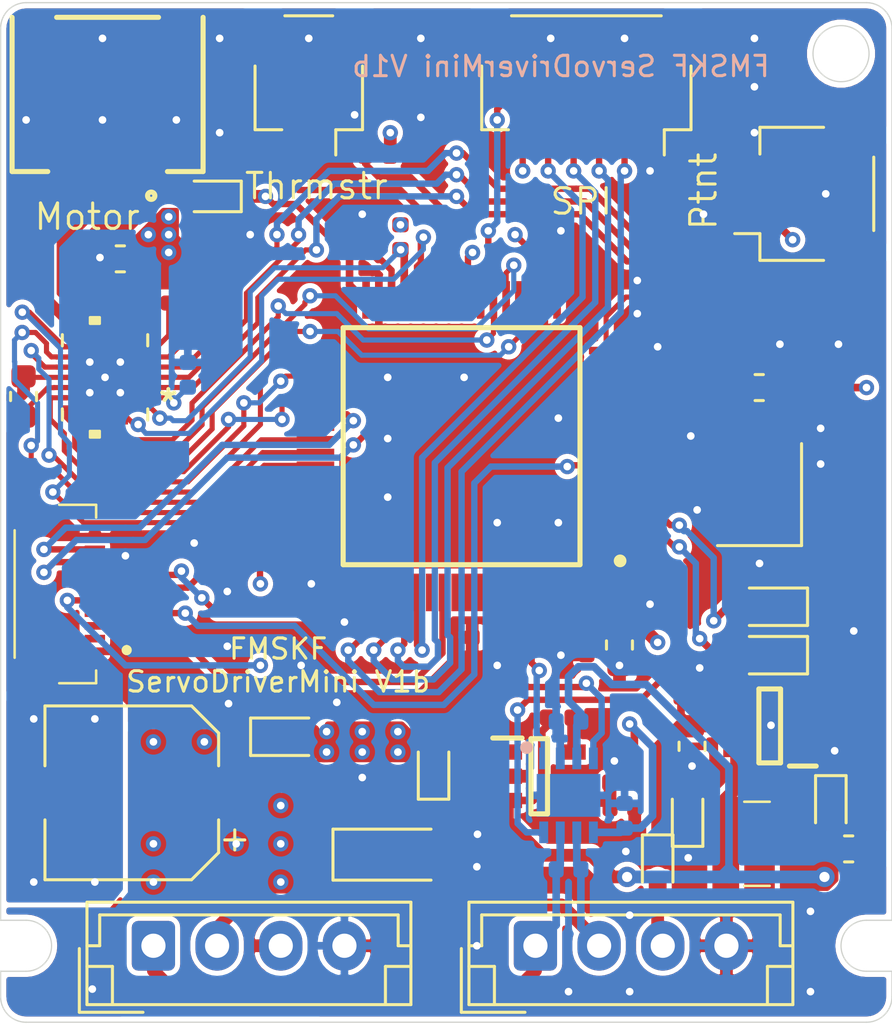
<source format=kicad_pcb>
(kicad_pcb (version 20171130) (host pcbnew "(5.1.5)-3")
  (layers (0 F.Cu signal) (1 In1.Cu signal) (2 In2.Cu signal) (31 B.Cu signal) (34 B.Paste user hide) (35 F.Paste user hide) (36 B.SilkS user) (37 F.SilkS user) (38 B.Mask user hide) (39 F.Mask user) (44 Edge.Cuts user))
  (net 0 "")
  (net 1 GND)
  (net 2 +3V3)
  (net 3 "Net-(C2-Pad2)")
  (net 4 /NRST)
  (net 5 "Net-(C5-Pad1)")
  (net 6 "Net-(C6-Pad1)")
  (net 7 "Net-(C13-Pad1)")
  (net 8 +5V)
  (net 9 /CurrentSensA)
  (net 10 /CurrentSensB)
  (net 11 /CurrentSensC)
  (net 12 +12V)
  (net 13 "Net-(C23-Pad2)")
  (net 14 "Net-(C25-Pad2)")
  (net 15 "Net-(D1-Pad1)")
  (net 16 /Vm_Sens)
  (net 17 "Net-(D6-Pad1)")
  (net 18 /LED1)
  (net 19 /LED2)
  (net 20 "Net-(D7-Pad1)")
  (net 21 "Net-(D8-Pad1)")
  (net 22 "Net-(IC1-Pad4)")
  (net 23 "Net-(IC1-Pad5)")
  (net 24 "Net-(IC2-Pad4)")
  (net 25 "Net-(IC2-Pad3)")
  (net 26 /CAN1_TX)
  (net 27 /CAN1_RX)
  (net 28 /CAN_L)
  (net 29 /CAN_H)
  (net 30 /CAN1_EN)
  (net 31 /USART6_RX)
  (net 32 /USART6_TX)
  (net 33 /SWCLK)
  (net 34 /SWDIO)
  (net 35 "Net-(J1-PadMP1)")
  (net 36 "Net-(J1-PadMP2)")
  (net 37 /SPI3_CS)
  (net 38 /SPI3_SCK)
  (net 39 /SPI3_MISO)
  (net 40 /SPI3_MOSI)
  (net 41 /Potentio_Sens)
  (net 42 /Temp_Sens)
  (net 43 /M_OUTA)
  (net 44 /M_OUTB)
  (net 45 /M_OUTC)
  (net 46 "Net-(R2-Pad1)")
  (net 47 /SOA)
  (net 48 /SOB)
  (net 49 /SOC)
  (net 50 /nFAULT)
  (net 51 "Net-(R17-Pad2)")
  (net 52 "Net-(U1-Pad8)")
  (net 53 "Net-(U1-Pad9)")
  (net 54 "Net-(U1-Pad17)")
  (net 55 /DAC_O1_GAIN)
  (net 56 /DAC_O2_SLEW)
  (net 57 /GPIO_MODE)
  (net 58 /nSLEEP)
  (net 59 "Net-(U1-Pad33)")
  (net 60 /TIM1_CH3N)
  (net 61 /TIM1_CH2N)
  (net 62 /TIM1_CH1N)
  (net 63 "Net-(U1-Pad39)")
  (net 64 /TIM1_CH1)
  (net 65 /TIM1_CH2)
  (net 66 /TIM1_CH3)
  (net 67 "Net-(U1-Pad44)")
  (net 68 "Net-(U1-Pad54)")
  (net 69 /SWO)
  (net 70 "Net-(C26-Pad2)")
  (net 71 "Net-(C27-Pad1)")
  (net 72 "Net-(Y1-Pad2)")
  (net 73 "Net-(Y1-Pad4)")
  (net 74 "Net-(J1-Pad2)")
  (net 75 "Net-(C6-Pad2)")
  (net 76 "Net-(C15-Pad2)")
  (net 77 "Net-(U1-Pad10)")
  (net 78 "Net-(U1-Pad11)")
  (net 79 "Net-(U1-Pad26)")
  (net 80 "Net-(U1-Pad43)")
  (net 81 "Net-(U1-Pad56)")
  (net 82 "Net-(U1-Pad57)")
  (net 83 "Net-(U1-Pad58)")
  (net 84 "Net-(U1-Pad59)")
  (module Capacitor_SMD:C_0402_1005Metric (layer F.Cu) (at 130.8 90.6 180)
    (fp_text reference C6 hide)
    (fp_text value 0.01u)
    (pad 2 smd roundrect (at 0.485 0 180) (size 0.59 0.64) (layers F.Cu F.Paste F.Mask) (net 75 "Net-(C6-Pad2)"))
    (pad 1 smd roundrect (at -0.485 0 180) (size 0.59 0.64) (layers F.Cu F.Paste F.Mask) (net 6 "Net-(C6-Pad1)"))
  )
  (module SamacSys_Parts:DF65-3P-1.7V_21_ (layer F.Cu) (at 104.2 63.6 180)
    (fp_text reference J7 hide)
    (fp_text value DF65-3P-1.7V_21_ hide)
    (pad 5 smd rect (at 3.075 2.025 180) (size 0.7 1.8) (layers F.Cu F.Paste F.Mask))
    (pad 4 smd rect (at -3.075 2.025 180) (size 0.7 1.8) (layers F.Cu F.Paste F.Mask))
    (pad 3 smd rect (at 1.7 -3.025 180) (size 0.6 1) (layers F.Cu F.Paste F.Mask) (net 45 /M_OUTC))
    (pad 2 smd rect (at 0 -3.025 180) (size 0.6 1) (layers F.Cu F.Paste F.Mask) (net 44 /M_OUTB))
    (pad 1 smd rect (at -1.7 -3.025 180) (size 0.6 1) (layers F.Cu F.Paste F.Mask) (net 43 /M_OUTA))
  )
  (module Capacitor_SMD:C_0402_1005Metric (layer F.Cu) (at 125.3 82.65)
    (fp_text reference C1 hide)
    (fp_text value 0.1u)
    (pad 2 smd roundrect (at 0.485 0) (size 0.59 0.64) (layers F.Cu F.Paste F.Mask) (net 1 GND))
    (pad 1 smd roundrect (at -0.485 0) (size 0.59 0.64) (layers F.Cu F.Paste F.Mask) (net 2 +3V3))
  )
  (module Capacitor_SMD:C_0402_1005Metric (layer F.Cu) (at 114.7 69.2 270)
    (fp_text reference C2 hide)
    (fp_text value 2.2u)
    (pad 2 smd roundrect (at 0.485 0 270) (size 0.59 0.64) (layers F.Cu F.Paste F.Mask) (net 3 "Net-(C2-Pad2)"))
    (pad 1 smd roundrect (at -0.485 0 270) (size 0.59 0.64) (layers F.Cu F.Paste F.Mask) (net 1 GND))
  )
  (module Capacitor_SMD:C_0402_1005Metric (layer F.Cu) (at 126.6 77.9)
    (fp_text reference C3 hide)
    (fp_text value 0.1u)
    (pad 2 smd roundrect (at 0.485 0) (size 0.59 0.64) (layers F.Cu F.Paste F.Mask) (net 1 GND))
    (pad 1 smd roundrect (at -0.485 0) (size 0.59 0.64) (layers F.Cu F.Paste F.Mask) (net 4 /NRST))
  )
  (module Capacitor_SMD:C_0402_1005Metric (layer F.Cu) (at 121.5 69.5)
    (fp_text reference C4 hide)
    (fp_text value 0.1u)
    (pad 2 smd roundrect (at 0.485 0) (size 0.59 0.64) (layers F.Cu F.Paste F.Mask) (net 1 GND))
    (pad 1 smd roundrect (at -0.485 0) (size 0.59 0.64) (layers F.Cu F.Paste F.Mask) (net 2 +3V3))
  )
  (module Capacitor_SMD:C_0402_1005Metric (layer F.Cu) (at 109.7 80.9 180)
    (fp_text reference C5 hide)
    (fp_text value 2.2u)
    (pad 2 smd roundrect (at 0.485 0 180) (size 0.59 0.64) (layers F.Cu F.Paste F.Mask) (net 1 GND))
    (pad 1 smd roundrect (at -0.485 0 180) (size 0.59 0.64) (layers F.Cu F.Paste F.Mask) (net 5 "Net-(C5-Pad1)"))
  )
  (module Capacitor_SMD:C_0402_1005Metric (layer F.Cu) (at 113.7 69.2 90)
    (fp_text reference C7 hide)
    (fp_text value 0.1u)
    (pad 2 smd roundrect (at 0.485 0 90) (size 0.59 0.64) (layers F.Cu F.Paste F.Mask) (net 1 GND))
    (pad 1 smd roundrect (at -0.485 0 90) (size 0.59 0.64) (layers F.Cu F.Paste F.Mask) (net 2 +3V3))
  )
  (module Capacitor_SMD:C_0402_1005Metric (layer F.Cu) (at 118.4 90.8 90)
    (fp_text reference C8 hide)
    (fp_text value 0.1u)
    (pad 2 smd roundrect (at 0.485 0 90) (size 0.59 0.64) (layers F.Cu F.Paste F.Mask) (net 1 GND))
    (pad 1 smd roundrect (at -0.485 0 90) (size 0.59 0.64) (layers F.Cu F.Paste F.Mask) (net 8 +5V))
  )
  (module Capacitor_SMD:C_0402_1005Metric (layer F.Cu) (at 118.4 88.8 90)
    (fp_text reference C9 hide)
    (fp_text value 1u)
    (pad 2 smd roundrect (at 0.485 0 90) (size 0.59 0.64) (layers F.Cu F.Paste F.Mask) (net 1 GND))
    (pad 1 smd roundrect (at -0.485 0 90) (size 0.59 0.64) (layers F.Cu F.Paste F.Mask) (net 2 +3V3))
  )
  (module Capacitor_SMD:C_0402_1005Metric (layer F.Cu) (at 109.7 81.9 180)
    (fp_text reference C10 hide)
    (fp_text value 0.1u)
    (pad 2 smd roundrect (at 0.485 0 180) (size 0.59 0.64) (layers F.Cu F.Paste F.Mask) (net 1 GND))
    (pad 1 smd roundrect (at -0.485 0 180) (size 0.59 0.64) (layers F.Cu F.Paste F.Mask) (net 2 +3V3))
  )
  (module Capacitor_SMD:C_0402_1005Metric (layer F.Cu) (at 123 85.1 270)
    (fp_text reference C11 hide)
    (fp_text value 0.1u)
    (pad 2 smd roundrect (at 0.485 0 270) (size 0.59 0.64) (layers F.Cu F.Paste F.Mask) (net 1 GND))
    (pad 1 smd roundrect (at -0.485 0 270) (size 0.59 0.64) (layers F.Cu F.Paste F.Mask) (net 2 +3V3))
  )
  (module Capacitor_SMD:C_0603_1608Metric (layer F.Cu) (at 124.3 85.2 270)
    (fp_text reference C12 hide)
    (fp_text value 4.7u)
    (pad 2 smd roundrect (at 0.7875 0 270) (size 0.875 0.95) (layers F.Cu F.Paste F.Mask) (net 1 GND))
    (pad 1 smd roundrect (at -0.7875 0 270) (size 0.875 0.95) (layers F.Cu F.Paste F.Mask) (net 2 +3V3))
  )
  (module Capacitor_SMD:C_0402_1005Metric (layer F.Cu) (at 127.7 75.6 270)
    (fp_text reference C13 hide)
    (fp_text value 0.1u)
    (pad 2 smd roundrect (at 0.485 0 270) (size 0.59 0.64) (layers F.Cu F.Paste F.Mask) (net 1 GND))
    (pad 1 smd roundrect (at -0.485 0 270) (size 0.59 0.64) (layers F.Cu F.Paste F.Mask) (net 7 "Net-(C13-Pad1)"))
  )
  (module Capacitor_SMD:C_0402_1005Metric (layer F.Cu) (at 126.7 75.6 270)
    (fp_text reference C14 hide)
    (fp_text value 1u)
    (pad 2 smd roundrect (at 0.485 0 270) (size 0.59 0.64) (layers F.Cu F.Paste F.Mask) (net 1 GND))
    (pad 1 smd roundrect (at -0.485 0 270) (size 0.59 0.64) (layers F.Cu F.Paste F.Mask) (net 7 "Net-(C13-Pad1)"))
  )
  (module Capacitor_SMD:C_0402_1005Metric (layer B.Cu) (at 122.3 88.2 180)
    (fp_text reference C16 hide)
    (fp_text value 0.1u)
    (pad 2 smd roundrect (at 0.485 0 180) (size 0.59 0.64) (layers B.Cu B.Paste B.Mask) (net 1 GND))
    (pad 1 smd roundrect (at -0.485 0 180) (size 0.59 0.64) (layers B.Cu B.Paste B.Mask) (net 8 +5V))
  )
  (module Capacitor_SMD:C_0402_1005Metric (layer F.Cu) (at 126.3 73.5 180)
    (fp_text reference C17 hide)
    (fp_text value 22pF)
    (pad 2 smd roundrect (at 0.485 0 180) (size 0.59 0.64) (layers F.Cu F.Paste F.Mask) (net 1 GND))
    (pad 1 smd roundrect (at -0.485 0 180) (size 0.59 0.64) (layers F.Cu F.Paste F.Mask) (net 9 /CurrentSensA))
  )
  (module Capacitor_SMD:C_0402_1005Metric (layer F.Cu) (at 126.3 72.2 180)
    (fp_text reference C18 hide)
    (fp_text value 22pF)
    (pad 2 smd roundrect (at 0.485 0 180) (size 0.59 0.64) (layers F.Cu F.Paste F.Mask) (net 1 GND))
    (pad 1 smd roundrect (at -0.485 0 180) (size 0.59 0.64) (layers F.Cu F.Paste F.Mask) (net 10 /CurrentSensB))
  )
  (module Capacitor_SMD:C_0402_1005Metric (layer F.Cu) (at 126.315 70.9 180)
    (fp_text reference C19 hide)
    (fp_text value 22pF)
    (pad 2 smd roundrect (at 0.485 0 180) (size 0.59 0.64) (layers F.Cu F.Paste F.Mask) (net 1 GND))
    (pad 1 smd roundrect (at -0.485 0 180) (size 0.59 0.64) (layers F.Cu F.Paste F.Mask) (net 11 /CurrentSensC))
  )
  (module Capacitor_SMD:C_0402_1005Metric (layer B.Cu) (at 124.5 91.9 90)
    (fp_text reference C20 hide)
    (fp_text value 0.1u)
    (pad 2 smd roundrect (at 0.485 0 90) (size 0.59 0.64) (layers B.Cu B.Paste B.Mask) (net 1 GND))
    (pad 1 smd roundrect (at -0.485 0 90) (size 0.59 0.64) (layers B.Cu B.Paste B.Mask) (net 2 +3V3))
  )
  (module Capacitor_SMD:C_0402_1005Metric (layer B.Cu) (at 107.35 74.6 90)
    (fp_text reference C21 hide)
    (fp_text value 0.1u)
    (pad 2 smd roundrect (at 0.485 0 90) (size 0.59 0.64) (layers B.Cu B.Paste B.Mask) (net 1 GND))
    (pad 1 smd roundrect (at -0.485 0 90) (size 0.59 0.64) (layers B.Cu B.Paste B.Mask) (net 2 +3V3))
  )
  (module Capacitor_SMD:C_0603_1608Metric (layer F.Cu) (at 104.7 70.05 180)
    (fp_text reference C22 hide)
    (fp_text value 10u)
    (pad 2 smd roundrect (at 0.7875 0 180) (size 0.875 0.95) (layers F.Cu F.Paste F.Mask) (net 1 GND))
    (pad 1 smd roundrect (at -0.7875 0 180) (size 0.875 0.95) (layers F.Cu F.Paste F.Mask) (net 12 +12V))
  )
  (module Capacitor_SMD:C_0402_1005Metric (layer F.Cu) (at 107.6 71.3 270)
    (fp_text reference C23 hide)
    (fp_text value 1u)
    (pad 2 smd roundrect (at 0.485 0 270) (size 0.59 0.64) (layers F.Cu F.Paste F.Mask) (net 13 "Net-(C23-Pad2)"))
    (pad 1 smd roundrect (at -0.485 0 270) (size 0.59 0.64) (layers F.Cu F.Paste F.Mask) (net 12 +12V))
  )
  (module Capacitor_SMD:C_0402_1005Metric (layer F.Cu) (at 105.05 71.3 180)
    (fp_text reference C24 hide)
    (fp_text value 0.1u)
    (pad 2 smd roundrect (at 0.485 0 180) (size 0.59 0.64) (layers F.Cu F.Paste F.Mask) (net 1 GND))
    (pad 1 smd roundrect (at -0.485 0 180) (size 0.59 0.64) (layers F.Cu F.Paste F.Mask) (net 12 +12V))
  )
  (module Capacitor_SMD:C_0603_1608Metric (layer F.Cu) (at 100.9 75.45 270)
    (fp_text reference C25 hide)
    (fp_text value 4.7u)
    (pad 2 smd roundrect (at 0.7875 0 270) (size 0.875 0.95) (layers F.Cu F.Paste F.Mask) (net 14 "Net-(C25-Pad2)"))
    (pad 1 smd roundrect (at -0.7875 0 270) (size 0.875 0.95) (layers F.Cu F.Paste F.Mask) (net 1 GND))
  )
  (module Diode_SMD:D_SOD-123F (layer F.Cu) (at 115.25 93.425)
    (fp_text reference D1 hide)
    (fp_text value D_Schottky)
    (pad 2 smd rect (at 1.4 0) (size 1.1 1.1) (layers F.Cu F.Paste F.Mask) (net 1 GND))
    (pad 1 smd rect (at -1.4 0) (size 1.1 1.1) (layers F.Cu F.Paste F.Mask) (net 15 "Net-(D1-Pad1)"))
  )
  (module Diode_SMD:D_SOD-523 (layer F.Cu) (at 117 90.1 90)
    (fp_text reference D3 hide)
    (fp_text value D_Schottky)
    (pad 1 smd rect (at -0.7 0 270) (size 0.6 0.7) (layers F.Cu F.Paste F.Mask) (net 8 +5V))
    (pad 2 smd rect (at 0.7 0 270) (size 0.6 0.7) (layers F.Cu F.Paste F.Mask) (net 2 +3V3))
  )
  (module Diode_SMD:D_SOD-523 (layer F.Cu) (at 108.3 67.6 180)
    (fp_text reference D5 hide)
    (fp_text value BAT30KFILM)
    (pad 1 smd rect (at -0.7 0) (size 0.6 0.7) (layers F.Cu F.Paste F.Mask) (net 2 +3V3))
    (pad 2 smd rect (at 0.7 0) (size 0.6 0.7) (layers F.Cu F.Paste F.Mask) (net 16 /Vm_Sens))
  )
  (module LED_SMD:LED_0603_1608Metric (layer F.Cu) (at 130.2 85.6 180)
    (fp_text reference D6 hide)
    (fp_text value LED)
    (pad 2 smd roundrect (at 0.7875 0 180) (size 0.875 0.95) (layers F.Cu F.Paste F.Mask) (net 18 /LED1))
    (pad 1 smd roundrect (at -0.7875 0 180) (size 0.875 0.95) (layers F.Cu F.Paste F.Mask) (net 17 "Net-(D6-Pad1)"))
  )
  (module LED_SMD:LED_0603_1608Metric (layer F.Cu) (at 130.2 83.7 180)
    (fp_text reference D7 hide)
    (fp_text value LED)
    (pad 2 smd roundrect (at 0.7875 0 180) (size 0.875 0.95) (layers F.Cu F.Paste F.Mask) (net 19 /LED2))
    (pad 1 smd roundrect (at -0.7875 0 180) (size 0.875 0.95) (layers F.Cu F.Paste F.Mask) (net 20 "Net-(D7-Pad1)"))
  )
  (module LED_SMD:LED_0603_1608Metric (layer F.Cu) (at 111.3 88.8)
    (fp_text reference D8 hide)
    (fp_text value LED)
    (pad 2 smd roundrect (at 0.7875 0) (size 0.875 0.95) (layers F.Cu F.Paste F.Mask) (net 2 +3V3))
    (pad 1 smd roundrect (at -0.7875 0) (size 0.875 0.95) (layers F.Cu F.Paste F.Mask) (net 21 "Net-(D8-Pad1)"))
  )
  (module SamacSys_Parts:SOT95P280X145-5N (layer F.Cu) (at 121.15 90.35)
    (fp_text reference IC1 hide)
    (fp_text value ST730MR hide)
    (pad 5 smd rect (at 1.25 -0.95 90) (size 0.6 1.15) (layers F.Cu F.Paste F.Mask) (net 23 "Net-(IC1-Pad5)"))
    (pad 4 smd rect (at 1.25 0.95 90) (size 0.6 1.15) (layers F.Cu F.Paste F.Mask) (net 22 "Net-(IC1-Pad4)"))
    (pad 3 smd rect (at -1.25 0.95 90) (size 0.6 1.15) (layers F.Cu F.Paste F.Mask) (net 8 +5V))
    (pad 2 smd rect (at -1.25 0 90) (size 0.6 1.15) (layers F.Cu F.Paste F.Mask) (net 1 GND))
    (pad 1 smd rect (at -1.25 -0.95 90) (size 0.6 1.15) (layers F.Cu F.Paste F.Mask) (net 2 +3V3))
  )
  (module SamacSys_Parts:SON65P300X300X110-9N (layer B.Cu) (at 122.3 91.1 270)
    (fp_text reference IC3 hide)
    (fp_text value TLT9251VLEXUMA1 hide)
    (pad 9 smd rect (at 0 0 270) (size 1.68 2.5) (layers B.Cu B.Paste B.Mask) (net 1 GND))
    (pad 8 smd rect (at 1.45 0.975 180) (size 0.35 0.85) (layers B.Cu B.Paste B.Mask) (net 30 /CAN1_EN))
    (pad 7 smd rect (at 1.45 0.325 180) (size 0.35 0.85) (layers B.Cu B.Paste B.Mask) (net 29 /CAN_H))
    (pad 6 smd rect (at 1.45 -0.325 180) (size 0.35 0.85) (layers B.Cu B.Paste B.Mask) (net 28 /CAN_L))
    (pad 5 smd rect (at 1.45 -0.975 180) (size 0.35 0.85) (layers B.Cu B.Paste B.Mask) (net 2 +3V3))
    (pad 4 smd rect (at -1.45 -0.975 180) (size 0.35 0.85) (layers B.Cu B.Paste B.Mask) (net 27 /CAN1_RX))
    (pad 3 smd rect (at -1.45 -0.325 180) (size 0.35 0.85) (layers B.Cu B.Paste B.Mask) (net 8 +5V))
    (pad 2 smd rect (at -1.45 0.325 180) (size 0.35 0.85) (layers B.Cu B.Paste B.Mask) (net 1 GND))
    (pad 1 smd rect (at -1.45 0.975 180) (size 0.35 0.85) (layers B.Cu B.Paste B.Mask) (net 26 /CAN1_TX))
  )
  (module SamacSys_Parts:123287020 (layer F.Cu) (at 102.8 83.2 270)
    (fp_text reference J1 hide)
    (fp_text value 1-2328702-0 hide)
    (pad MP2 smd rect (at -3.25 1.6 270) (size 0.4 0.8) (layers F.Cu F.Paste F.Mask) (net 36 "Net-(J1-PadMP2)"))
    (pad MP1 smd rect (at 3.25 1.6 270) (size 0.4 0.8) (layers F.Cu F.Paste F.Mask) (net 35 "Net-(J1-PadMP1)"))
    (pad 10 smd rect (at -2.25 -0.9 270) (size 0.3 0.8) (layers F.Cu F.Paste F.Mask) (net 1 GND))
    (pad 9 smd rect (at -1.75 -0.9 270) (size 0.3 0.8) (layers F.Cu F.Paste F.Mask) (net 31 /USART6_RX))
    (pad 8 smd rect (at -1.25 -0.9 270) (size 0.3 0.8) (layers F.Cu F.Paste F.Mask) (net 32 /USART6_TX))
    (pad 7 smd rect (at -0.75 -0.9 270) (size 0.3 0.8) (layers F.Cu F.Paste F.Mask) (net 33 /SWCLK))
    (pad 6 smd rect (at -0.25 -0.9 270) (size 0.3 0.8) (layers F.Cu F.Paste F.Mask) (net 34 /SWDIO))
    (pad 5 smd rect (at 0.25 -0.9 270) (size 0.3 0.8) (layers F.Cu F.Paste F.Mask) (net 2 +3V3))
    (pad 4 smd rect (at 0.75 -0.9 270) (size 0.3 0.8) (layers F.Cu F.Paste F.Mask) (net 4 /NRST))
    (pad 3 smd rect (at 1.25 -0.9 270) (size 0.3 0.8) (layers F.Cu F.Paste F.Mask) (net 69 /SWO))
    (pad 2 smd rect (at 1.75 -0.9 270) (size 0.3 0.8) (layers F.Cu F.Paste F.Mask) (net 74 "Net-(J1-Pad2)"))
    (pad 1 smd rect (at 2.25 -0.9 270) (size 0.3 0.8) (layers F.Cu F.Paste F.Mask) (net 1 GND))
  )
  (module Connector_JST:JST_SH_SM06B-SRSS-TB_1x06-1MP_P1.00mm_Horizontal (layer F.Cu) (at 123 63.2 180)
    (fp_text reference J4 hide)
    (fp_text value Conn_01x06)
    (pad MP smd roundrect (at 3.8 1.875 180) (size 1.2 1.8) (layers F.Cu F.Paste F.Mask) (roundrect_rratio 0.208333))
    (pad MP smd roundrect (at -3.8 1.875 180) (size 1.2 1.8) (layers F.Cu F.Paste F.Mask) (roundrect_rratio 0.208333))
    (pad 6 smd roundrect (at 2.5 -2 180) (size 0.6 1.55) (layers F.Cu F.Paste F.Mask) (net 2 +3V3))
    (pad 5 smd roundrect (at 1.5 -2 180) (size 0.6 1.55) (layers F.Cu F.Paste F.Mask) (net 40 /SPI3_MOSI))
    (pad 4 smd roundrect (at 0.5 -2 180) (size 0.6 1.55) (layers F.Cu F.Paste F.Mask) (net 39 /SPI3_MISO))
    (pad 3 smd roundrect (at -0.5 -2 180) (size 0.6 1.55) (layers F.Cu F.Paste F.Mask) (net 38 /SPI3_SCK))
    (pad 2 smd roundrect (at -1.5 -2 180) (size 0.6 1.55) (layers F.Cu F.Paste F.Mask) (net 37 /SPI3_CS))
    (pad 1 smd roundrect (at -2.5 -2 180) (size 0.6 1.55) (layers F.Cu F.Paste F.Mask) (net 1 GND))
  )
  (module Connector_JST:JST_SH_SM03B-SRSS-TB_1x03-1MP_P1.00mm_Horizontal (layer F.Cu) (at 131.6 67.5 90)
    (fp_text reference J5 hide)
    (fp_text value Conn_01x03)
    (pad MP smd roundrect (at 2.3 1.875 90) (size 1.2 1.8) (layers F.Cu F.Paste F.Mask) (roundrect_rratio 0.208333))
    (pad MP smd roundrect (at -2.3 1.875 90) (size 1.2 1.8) (layers F.Cu F.Paste F.Mask) (roundrect_rratio 0.208333))
    (pad 3 smd roundrect (at 1 -2 90) (size 0.6 1.55) (layers F.Cu F.Paste F.Mask) (net 1 GND))
    (pad 2 smd roundrect (at 0 -2 90) (size 0.6 1.55) (layers F.Cu F.Paste F.Mask) (net 41 /Potentio_Sens))
    (pad 1 smd roundrect (at -1 -2 90) (size 0.6 1.55) (layers F.Cu F.Paste F.Mask) (net 2 +3V3))
  )
  (module Connector_JST:JST_SH_SM02B-SRSS-TB_1x02-1MP_P1.00mm_Horizontal (layer F.Cu) (at 112.1 63.2 180)
    (fp_text reference J6 hide)
    (fp_text value Conn_01x02)
    (pad MP smd roundrect (at 1.8 1.875 180) (size 1.2 1.8) (layers F.Cu F.Paste F.Mask) (roundrect_rratio 0.208333))
    (pad MP smd roundrect (at -1.8 1.875 180) (size 1.2 1.8) (layers F.Cu F.Paste F.Mask) (roundrect_rratio 0.208333))
    (pad 2 smd roundrect (at 0.5 -2 180) (size 0.6 1.55) (layers F.Cu F.Paste F.Mask) (net 1 GND))
    (pad 1 smd roundrect (at -0.5 -2 180) (size 0.6 1.55) (layers F.Cu F.Paste F.Mask) (net 42 /Temp_Sens))
  )
  (module Inductor_SMD:L_0603_1608Metric (layer F.Cu) (at 129.7875 75.1)
    (fp_text reference L1 hide)
    (fp_text value L)
    (pad 2 smd roundrect (at 0.7875 0) (size 0.875 0.95) (layers F.Cu F.Paste F.Mask) (net 2 +3V3))
    (pad 1 smd roundrect (at -0.7875 0) (size 0.875 0.95) (layers F.Cu F.Paste F.Mask) (net 7 "Net-(C13-Pad1)"))
  )
  (module Resistor_SMD:R_0402_1005Metric (layer F.Cu) (at 113.25 91.75 180)
    (fp_text reference R1 hide)
    (fp_text value 100)
    (pad 2 smd roundrect (at 0.485 0 180) (size 0.59 0.64) (layers F.Cu F.Paste F.Mask) (net 12 +12V))
    (pad 1 smd roundrect (at -0.485 0 180) (size 0.59 0.64) (layers F.Cu F.Paste F.Mask) (net 15 "Net-(D1-Pad1)"))
  )
  (module Resistor_SMD:R_0402_1005Metric (layer F.Cu) (at 119 84.9 180)
    (fp_text reference R2 hide)
    (fp_text value R)
    (pad 2 smd roundrect (at 0.485 0 180) (size 0.59 0.64) (layers F.Cu F.Paste F.Mask) (net 1 GND))
    (pad 1 smd roundrect (at -0.485 0 180) (size 0.59 0.64) (layers F.Cu F.Paste F.Mask) (net 46 "Net-(R2-Pad1)"))
  )
  (module Resistor_SMD:R_0402_1005Metric (layer F.Cu) (at 127.2 87.225 180)
    (fp_text reference R3 hide)
    (fp_text value 10k)
    (pad 2 smd roundrect (at 0.485 0 180) (size 0.59 0.64) (layers F.Cu F.Paste F.Mask) (net 76 "Net-(C15-Pad2)"))
    (pad 1 smd roundrect (at -0.485 0 180) (size 0.59 0.64) (layers F.Cu F.Paste F.Mask) (net 24 "Net-(IC2-Pad4)"))
  )
  (module Resistor_SMD:R_0402_1005Metric (layer F.Cu) (at 121.95 88.05)
    (fp_text reference R4 hide)
    (fp_text value 10k)
    (pad 2 smd roundrect (at 0.485 0) (size 0.59 0.64) (layers F.Cu F.Paste F.Mask) (net 23 "Net-(IC1-Pad5)"))
    (pad 1 smd roundrect (at -0.485 0) (size 0.59 0.64) (layers F.Cu F.Paste F.Mask) (net 8 +5V))
  )
  (module Resistor_SMD:R_0402_1005Metric (layer F.Cu) (at 124.4 90.6)
    (fp_text reference R5 hide)
    (fp_text value 47k)
    (pad 2 smd roundrect (at 0.485 0) (size 0.59 0.64) (layers F.Cu F.Paste F.Mask) (net 2 +3V3))
    (pad 1 smd roundrect (at -0.485 0) (size 0.59 0.64) (layers F.Cu F.Paste F.Mask) (net 22 "Net-(IC1-Pad4)"))
  )
  (module Resistor_SMD:R_0402_1005Metric (layer F.Cu) (at 124.415 91.6 180)
    (fp_text reference R6 hide)
    (fp_text value 27k)
    (pad 2 smd roundrect (at 0.485 0 180) (size 0.59 0.64) (layers F.Cu F.Paste F.Mask) (net 22 "Net-(IC1-Pad4)"))
    (pad 1 smd roundrect (at -0.485 0 180) (size 0.59 0.64) (layers F.Cu F.Paste F.Mask) (net 1 GND))
  )
  (module Resistor_SMD:R_0402_1005Metric (layer F.Cu) (at 107.6 69.3 270)
    (fp_text reference R7 hide)
    (fp_text value 470k)
    (pad 2 smd roundrect (at 0.485 0 270) (size 0.59 0.64) (layers F.Cu F.Paste F.Mask) (net 12 +12V))
    (pad 1 smd roundrect (at -0.485 0 270) (size 0.59 0.64) (layers F.Cu F.Paste F.Mask) (net 16 /Vm_Sens))
  )
  (module Resistor_SMD:R_0402_1005Metric (layer F.Cu) (at 108.6 69.315 90)
    (fp_text reference R8 hide)
    (fp_text value 33k)
    (pad 2 smd roundrect (at 0.485 0 90) (size 0.59 0.64) (layers F.Cu F.Paste F.Mask) (net 16 /Vm_Sens))
    (pad 1 smd roundrect (at -0.485 0 90) (size 0.59 0.64) (layers F.Cu F.Paste F.Mask) (net 1 GND))
  )
  (module Resistor_SMD:R_0402_1005Metric (layer F.Cu) (at 128.2 73.5)
    (fp_text reference R9 hide)
    (fp_text value 330)
    (pad 2 smd roundrect (at 0.485 0) (size 0.59 0.64) (layers F.Cu F.Paste F.Mask) (net 47 /SOA))
    (pad 1 smd roundrect (at -0.485 0) (size 0.59 0.64) (layers F.Cu F.Paste F.Mask) (net 9 /CurrentSensA))
  )
  (module Resistor_SMD:R_0402_1005Metric (layer F.Cu) (at 128.2 72.2)
    (fp_text reference R10 hide)
    (fp_text value 330)
    (pad 2 smd roundrect (at 0.485 0) (size 0.59 0.64) (layers F.Cu F.Paste F.Mask) (net 48 /SOB))
    (pad 1 smd roundrect (at -0.485 0) (size 0.59 0.64) (layers F.Cu F.Paste F.Mask) (net 10 /CurrentSensB))
  )
  (module Resistor_SMD:R_0402_1005Metric (layer F.Cu) (at 128.215 70.9)
    (fp_text reference R11 hide)
    (fp_text value 330)
    (pad 2 smd roundrect (at 0.485 0) (size 0.59 0.64) (layers F.Cu F.Paste F.Mask) (net 49 /SOC))
    (pad 1 smd roundrect (at -0.485 0) (size 0.59 0.64) (layers F.Cu F.Paste F.Mask) (net 11 /CurrentSensC))
  )
  (module Resistor_SMD:R_0402_1005Metric (layer F.Cu) (at 133 85.6 180)
    (fp_text reference R12 hide)
    (fp_text value 330)
    (pad 2 smd roundrect (at 0.485 0 180) (size 0.59 0.64) (layers F.Cu F.Paste F.Mask) (net 17 "Net-(D6-Pad1)"))
    (pad 1 smd roundrect (at -0.485 0 180) (size 0.59 0.64) (layers F.Cu F.Paste F.Mask) (net 1 GND))
  )
  (module Resistor_SMD:R_0402_1005Metric (layer F.Cu) (at 133 83.7 180)
    (fp_text reference R13 hide)
    (fp_text value 330)
    (pad 2 smd roundrect (at 0.485 0 180) (size 0.59 0.64) (layers F.Cu F.Paste F.Mask) (net 20 "Net-(D7-Pad1)"))
    (pad 1 smd roundrect (at -0.485 0 180) (size 0.59 0.64) (layers F.Cu F.Paste F.Mask) (net 1 GND))
  )
  (module Resistor_SMD:R_0402_1005Metric (layer F.Cu) (at 110.85 87.775 180)
    (fp_text reference R14 hide)
    (fp_text value 330)
    (pad 2 smd roundrect (at 0.485 0 180) (size 0.59 0.64) (layers F.Cu F.Paste F.Mask) (net 21 "Net-(D8-Pad1)"))
    (pad 1 smd roundrect (at -0.485 0 180) (size 0.59 0.64) (layers F.Cu F.Paste F.Mask) (net 1 GND))
  )
  (module Resistor_SMD:R_0402_1005Metric (layer B.Cu) (at 122.3 94 180)
    (fp_text reference R15 hide)
    (fp_text value 60)
    (pad 2 smd roundrect (at 0.485 0 180) (size 0.59 0.64) (layers B.Cu B.Paste B.Mask) (net 29 /CAN_H))
    (pad 1 smd roundrect (at -0.485 0 180) (size 0.59 0.64) (layers B.Cu B.Paste B.Mask) (net 28 /CAN_L))
  )
  (module Resistor_SMD:R_0402_1005Metric (layer F.Cu) (at 115.7 69.2 270)
    (fp_text reference R16 hide)
    (fp_text value 10k)
    (pad 2 smd roundrect (at 0.485 0 270) (size 0.59 0.64) (layers F.Cu F.Paste F.Mask) (net 50 /nFAULT))
    (pad 1 smd roundrect (at -0.485 0 270) (size 0.59 0.64) (layers F.Cu F.Paste F.Mask) (net 2 +3V3))
  )
  (module Resistor_SMD:R_0402_1005Metric (layer F.Cu) (at 106.6 71.3 270)
    (fp_text reference R17 hide)
    (fp_text value 0)
    (pad 2 smd roundrect (at 0.485 0 270) (size 0.59 0.64) (layers F.Cu F.Paste F.Mask) (net 51 "Net-(R17-Pad2)"))
    (pad 1 smd roundrect (at -0.485 0 270) (size 0.59 0.64) (layers F.Cu F.Paste F.Mask) (net 12 +12V))
  )
  (module Resistor_SMD:R_0402_1005Metric (layer F.Cu) (at 114.8 66)
    (fp_text reference R18 hide)
    (fp_text value 10k)
    (pad 2 smd roundrect (at 0.485 0) (size 0.59 0.64) (layers F.Cu F.Paste F.Mask) (net 2 +3V3))
    (pad 1 smd roundrect (at -0.485 0) (size 0.59 0.64) (layers F.Cu F.Paste F.Mask) (net 42 /Temp_Sens))
  )
  (module SamacSys_Parts:PDRV8311HRRWR (layer F.Cu) (at 104.1 74.7 180)
    (fp_text reference U2 hide)
    (fp_text value PDRV8311HRRWR)
    (fp_text user * (at -2.484399 -1.000125) (layer F.SilkS))
    (fp_text user * (at -2.484399 -1.000125) (layer F.SilkS))
    (pad 1 smd rect (at -1.5089 -1.2 270) (size 0.204 0.680999) (layers F.Cu F.Paste F.Mask) (net 50 /nFAULT))
    (pad 2 smd rect (at -1.5089 -0.8 270) (size 0.204 0.680999) (layers F.Cu F.Paste F.Mask) (net 2 +3V3))
    (pad 3 smd rect (at -1.5089 -0.4 270) (size 0.204 0.680999) (layers F.Cu F.Paste F.Mask) (net 49 /SOC))
    (pad 4 smd rect (at -1.5089 0 270) (size 0.204 0.680999) (layers F.Cu F.Paste F.Mask) (net 48 /SOB))
    (pad 5 smd rect (at -1.5089 0.4 270) (size 0.204 0.680999) (layers F.Cu F.Paste F.Mask) (net 47 /SOA))
    (pad 6 smd rect (at -1.5089 0.8 90) (size 0.204 0.680999) (layers F.Cu F.Paste F.Mask) (net 13 "Net-(C23-Pad2)"))
    (pad 7 smd rect (at -1.5089 1.2 90) (size 0.204 0.680999) (layers F.Cu F.Paste F.Mask) (net 51 "Net-(R17-Pad2)"))
    (pad 8 smd rect (at -0.8 1.5089 180) (size 0.2 0.680999) (layers F.Cu F.Paste F.Mask) (net 12 +12V))
    (pad 9 smd rect (at -0.4 1.5089 180) (size 0.204 0.680999) (layers F.Cu F.Paste F.Mask) (net 1 GND))
    (pad 10 smd rect (at 0 1.5089 180) (size 0.204 0.680999) (layers F.Cu F.Paste F.Mask) (net 43 /M_OUTA))
    (pad 11 smd rect (at 0.4 1.5089 180) (size 0.204 0.680999) (layers F.Cu F.Paste F.Mask) (net 44 /M_OUTB))
    (pad 12 smd rect (at 0.8 1.5089 180) (size 0.204 0.680999) (layers F.Cu F.Paste F.Mask) (net 45 /M_OUTC))
    (pad 13 smd rect (at 1.5089 1.2 270) (size 0.204 0.680999) (layers F.Cu F.Paste F.Mask) (net 66 /TIM1_CH3))
    (pad 14 smd rect (at 1.5089 0.8 270) (size 0.204 0.680999) (layers F.Cu F.Paste F.Mask) (net 65 /TIM1_CH2))
    (pad 15 smd rect (at 1.5089 0.4 270) (size 0.204 0.680999) (layers F.Cu F.Paste F.Mask) (net 64 /TIM1_CH1))
    (pad 16 smd rect (at 1.5089 0 270) (size 0.204 0.680999) (layers F.Cu F.Paste F.Mask) (net 1 GND))
    (pad 17 smd rect (at 1.5089 -0.4 270) (size 0.204 0.680999) (layers F.Cu F.Paste F.Mask) (net 14 "Net-(C25-Pad2)"))
    (pad 18 smd rect (at 1.5089 -0.8 90) (size 0.204 0.680999) (layers F.Cu F.Paste F.Mask) (net 62 /TIM1_CH1N))
    (pad 19 smd rect (at 1.5089 -1.2 90) (size 0.204 0.680999) (layers F.Cu F.Paste F.Mask) (net 61 /TIM1_CH2N))
    (pad 20 smd rect (at 0.8 -1.5089 180) (size 0.204 0.680999) (layers F.Cu F.Paste F.Mask) (net 60 /TIM1_CH3N))
    (pad 21 smd rect (at 0.4 -1.5089 180) (size 0.204 0.680999) (layers F.Cu F.Paste F.Mask) (net 55 /DAC_O1_GAIN))
    (pad 22 smd rect (at 0 -1.5089 180) (size 0.204 0.680999) (layers F.Cu F.Paste F.Mask) (net 56 /DAC_O2_SLEW))
    (pad 23 smd rect (at -0.4 -1.5089 180) (size 0.204 0.680999) (layers F.Cu F.Paste F.Mask) (net 57 /GPIO_MODE))
    (pad 24 smd rect (at -0.8 -1.5089 180) (size 0.204 0.680999) (layers F.Cu F.Paste F.Mask) (net 58 /nSLEEP))
    (pad 25 smd rect (at 0 0 180) (size 1.9 1.9) (layers F.Cu F.Paste F.Mask) (net 1 GND))
  )
  (module Capacitor_SMD:C_0402_1005Metric (layer F.Cu) (at 132.2 79.9 270)
    (fp_text reference C26 hide)
    (fp_text value 8p)
    (pad 2 smd roundrect (at 0.485 0 270) (size 0.59 0.64) (layers F.Cu F.Paste F.Mask) (net 70 "Net-(C26-Pad2)"))
    (pad 1 smd roundrect (at -0.485 0 270) (size 0.59 0.64) (layers F.Cu F.Paste F.Mask) (net 1 GND))
  )
  (module Capacitor_SMD:C_0402_1005Metric (layer F.Cu) (at 130.485 76.7)
    (fp_text reference C27 hide)
    (fp_text value 8p)
    (pad 2 smd roundrect (at 0.485 0) (size 0.59 0.64) (layers F.Cu F.Paste F.Mask) (net 1 GND))
    (pad 1 smd roundrect (at -0.485 0) (size 0.59 0.64) (layers F.Cu F.Paste F.Mask) (net 71 "Net-(C27-Pad1)"))
  )
  (module Crystal:Crystal_SMD_Abracon_ABM8G-4Pin_3.2x2.5mm (layer F.Cu) (at 129.8 79.3 90)
    (fp_text reference Y1 hide)
    (fp_text value Crystal)
    (pad 4 smd rect (at -1.1 -0.85 90) (size 1.4 1.2) (layers F.Cu F.Paste F.Mask) (net 73 "Net-(Y1-Pad4)"))
    (pad 3 smd rect (at 1.1 -0.85 90) (size 1.4 1.2) (layers F.Cu F.Paste F.Mask) (net 71 "Net-(C27-Pad1)"))
    (pad 2 smd rect (at 1.1 0.85 90) (size 1.4 1.2) (layers F.Cu F.Paste F.Mask) (net 72 "Net-(Y1-Pad2)"))
    (pad 1 smd rect (at -1.1 0.85 90) (size 1.4 1.2) (layers F.Cu F.Paste F.Mask) (net 70 "Net-(C26-Pad2)"))
  )
  (module Connector_JST:JST_EH_B4B-EH-A_1x04_P2.50mm_Vertical (layer F.Cu) (at 106 97)
    (fp_text reference J2 hide)
    (fp_text value Conn_01x04)
    (pad 4 thru_hole oval (at 7.5 0) (size 1.7 1.95) (drill 0.95) (layers *.Cu *.Mask) (net 1 GND))
    (pad 3 thru_hole oval (at 5 0) (size 1.7 1.95) (drill 0.95) (layers *.Cu *.Mask) (net 12 +12V))
    (pad 2 thru_hole oval (at 2.5 0) (size 1.7 1.95) (drill 0.95) (layers *.Cu *.Mask) (net 28 /CAN_L))
    (pad 1 thru_hole roundrect (at 0 0) (size 1.7 1.95) (drill 0.95) (layers *.Cu *.Mask) (roundrect_rratio 0.147059) (net 29 /CAN_H))
  )
  (module Connector_JST:JST_EH_B4B-EH-A_1x04_P2.50mm_Vertical (layer F.Cu) (at 121 97)
    (fp_text reference J3 hide)
    (fp_text value Conn_01x04)
    (pad 4 thru_hole oval (at 7.5 0) (size 1.7 1.95) (drill 0.95) (layers *.Cu *.Mask) (net 1 GND))
    (pad 3 thru_hole oval (at 5 0) (size 1.7 1.95) (drill 0.95) (layers *.Cu *.Mask) (net 12 +12V))
    (pad 2 thru_hole oval (at 2.5 0) (size 1.7 1.95) (drill 0.95) (layers *.Cu *.Mask) (net 28 /CAN_L))
    (pad 1 thru_hole roundrect (at 0 0) (size 1.7 1.95) (drill 0.95) (layers *.Cu *.Mask) (roundrect_rratio 0.147059) (net 29 /CAN_H))
  )
  (module Capacitor_SMD:CP_Elec_6.3x7.7 (layer F.Cu) (at 105.15 91 180)
    (fp_text reference C28 hide)
    (fp_text value 47u)
    (pad 2 smd roundrect (at 2.7 0 180) (size 3.5 1.6) (layers F.Cu F.Paste F.Mask) (roundrect_rratio 0.15625) (net 1 GND))
    (pad 1 smd roundrect (at -2.7 0 180) (size 3.5 1.6) (layers F.Cu F.Paste F.Mask) (roundrect_rratio 0.15625) (net 12 +12V))
  )
  (module Capacitor_SMD:C_0603_1608Metric (layer F.Cu) (at 127.15 89.175 90)
    (fp_text reference C15 hide)
    (fp_text value 10u hide)
    (pad 1 smd roundrect (at -0.7875 0 90) (size 0.875 0.95) (layers F.Cu F.Paste F.Mask) (net 1 GND))
    (pad 2 smd roundrect (at 0.7875 0 90) (size 0.875 0.95) (layers F.Cu F.Paste F.Mask) (net 76 "Net-(C15-Pad2)"))
  )
  (module Capacitor_SMD:C_0603_1608Metric (layer F.Cu) (at 133.3 93.2 180)
    (fp_text reference C29 hide)
    (fp_text value 10u hide)
    (pad 2 smd roundrect (at 0.7875 0 180) (size 0.875 0.95) (layers F.Cu F.Paste F.Mask) (net 8 +5V))
    (pad 1 smd roundrect (at -0.7875 0 180) (size 0.875 0.95) (layers F.Cu F.Paste F.Mask) (net 1 GND))
  )
  (module Diode_SMD:D_SOD-523 (layer F.Cu) (at 126.975 91.95 90)
    (fp_text reference D4 hide)
    (fp_text value D_Schottky hide)
    (pad 1 smd rect (at -0.7 0 270) (size 0.6 0.7) (layers F.Cu F.Paste F.Mask) (net 75 "Net-(C6-Pad2)"))
    (pad 2 smd rect (at 0.7 0 270) (size 0.6 0.7) (layers F.Cu F.Paste F.Mask) (net 1 GND))
  )
  (module Diode_SMD:D_SOD-523 (layer F.Cu) (at 132.6 91.475 270)
    (fp_text reference D9 hide)
    (fp_text value D_Schottky hide)
    (pad 2 smd rect (at 0.7 0 90) (size 0.6 0.7) (layers F.Cu F.Paste F.Mask) (net 8 +5V))
    (pad 1 smd rect (at -0.7 0 90) (size 0.6 0.7) (layers F.Cu F.Paste F.Mask) (net 6 "Net-(C6-Pad1)"))
  )
  (module SamacSys_Parts:SOT95P280X90-6N (layer F.Cu) (at 130.2 88.375 180)
    (fp_text reference IC2 hide)
    (fp_text value LT1616ES6#TRMPBF hide)
    (pad 1 smd rect (at -1.3 -0.95 270) (size 0.55 1.05) (layers F.Cu F.Paste F.Mask) (net 6 "Net-(C6-Pad1)"))
    (pad 2 smd rect (at -1.3 0 270) (size 0.55 1.05) (layers F.Cu F.Paste F.Mask) (net 1 GND))
    (pad 3 smd rect (at -1.3 0.95 270) (size 0.55 1.05) (layers F.Cu F.Paste F.Mask) (net 25 "Net-(IC2-Pad3)"))
    (pad 4 smd rect (at 1.3 0.95 270) (size 0.55 1.05) (layers F.Cu F.Paste F.Mask) (net 24 "Net-(IC2-Pad4)"))
    (pad 5 smd rect (at 1.3 0 270) (size 0.55 1.05) (layers F.Cu F.Paste F.Mask) (net 76 "Net-(C15-Pad2)"))
    (pad 6 smd rect (at 1.3 -0.95 270) (size 0.55 1.05) (layers F.Cu F.Paste F.Mask) (net 75 "Net-(C6-Pad2)"))
  )
  (module SamacSys_Parts:LPS3314332MRC (layer F.Cu) (at 129.8 93)
    (fp_text reference L2 hide)
    (fp_text value 4.7u hide)
    (pad 1 smd rect (at -1.325 0) (size 1.05 3.7) (layers F.Cu F.Paste F.Mask) (net 75 "Net-(C6-Pad2)"))
    (pad 2 smd rect (at 1.325 0) (size 1.05 3.7) (layers F.Cu F.Paste F.Mask) (net 8 +5V))
  )
  (module Resistor_SMD:R_0402_1005Metric (layer F.Cu) (at 133.925 87.86 270)
    (fp_text reference R19 hide)
    (fp_text value 30.1k hide)
    (pad 1 smd roundrect (at -0.485 0 270) (size 0.59 0.64) (layers F.Cu F.Paste F.Mask) (net 25 "Net-(IC2-Pad3)"))
    (pad 2 smd roundrect (at 0.485 0 270) (size 0.59 0.64) (layers F.Cu F.Paste F.Mask) (net 8 +5V))
  )
  (module Resistor_SMD:R_0402_1005Metric (layer F.Cu) (at 132.875 87.875 90)
    (fp_text reference R20 hide)
    (fp_text value 10k hide)
    (pad 2 smd roundrect (at 0.485 0 90) (size 0.59 0.64) (layers F.Cu F.Paste F.Mask) (net 25 "Net-(IC2-Pad3)"))
    (pad 1 smd roundrect (at -0.485 0 90) (size 0.59 0.64) (layers F.Cu F.Paste F.Mask) (net 1 GND))
  )
  (module Diode_SMD:D_SOD-523 (layer F.Cu) (at 125.8 93.8 270)
    (fp_text reference D2 hide)
    (fp_text value PMEG6010AESBYL hide)
    (pad 2 smd rect (at 0.7 0 90) (size 0.6 0.7) (layers F.Cu F.Paste F.Mask) (net 12 +12V))
    (pad 1 smd rect (at -0.7 0 90) (size 0.6 0.7) (layers F.Cu F.Paste F.Mask) (net 76 "Net-(C15-Pad2)"))
  )
  (module SamacSys_Parts:QFP50P1200X1200X160-64N (layer F.Cu) (at 118.1 77.4 180)
    (fp_text reference U1 hide)
    (fp_text value STM32H7A3RGT6 hide)
    (pad 1 smd rect (at -5.738 -3.75 270) (size 0.3 1.475) (layers F.Cu F.Paste F.Mask) (net 2 +3V3))
    (pad 2 smd rect (at -5.738 -3.25 270) (size 0.3 1.475) (layers F.Cu F.Paste F.Mask) (net 30 /CAN1_EN))
    (pad 3 smd rect (at -5.738 -2.75 270) (size 0.3 1.475) (layers F.Cu F.Paste F.Mask) (net 18 /LED1))
    (pad 4 smd rect (at -5.738 -2.25 270) (size 0.3 1.475) (layers F.Cu F.Paste F.Mask) (net 19 /LED2))
    (pad 5 smd rect (at -5.738 -1.75 270) (size 0.3 1.475) (layers F.Cu F.Paste F.Mask) (net 70 "Net-(C26-Pad2)"))
    (pad 6 smd rect (at -5.738 -1.25 270) (size 0.3 1.475) (layers F.Cu F.Paste F.Mask) (net 71 "Net-(C27-Pad1)"))
    (pad 7 smd rect (at -5.738 -0.75 270) (size 0.3 1.475) (layers F.Cu F.Paste F.Mask) (net 4 /NRST))
    (pad 8 smd rect (at -5.738 -0.25 270) (size 0.3 1.475) (layers F.Cu F.Paste F.Mask) (net 52 "Net-(U1-Pad8)"))
    (pad 9 smd rect (at -5.738 0.25 270) (size 0.3 1.475) (layers F.Cu F.Paste F.Mask) (net 53 "Net-(U1-Pad9)"))
    (pad 10 smd rect (at -5.738 0.75 270) (size 0.3 1.475) (layers F.Cu F.Paste F.Mask) (net 77 "Net-(U1-Pad10)"))
    (pad 11 smd rect (at -5.738 1.25 270) (size 0.3 1.475) (layers F.Cu F.Paste F.Mask) (net 78 "Net-(U1-Pad11)"))
    (pad 12 smd rect (at -5.738 1.75 270) (size 0.3 1.475) (layers F.Cu F.Paste F.Mask) (net 1 GND))
    (pad 13 smd rect (at -5.738 2.25 270) (size 0.3 1.475) (layers F.Cu F.Paste F.Mask) (net 7 "Net-(C13-Pad1)"))
    (pad 14 smd rect (at -5.738 2.75 270) (size 0.3 1.475) (layers F.Cu F.Paste F.Mask) (net 9 /CurrentSensA))
    (pad 15 smd rect (at -5.738 3.25 270) (size 0.3 1.475) (layers F.Cu F.Paste F.Mask) (net 10 /CurrentSensB))
    (pad 16 smd rect (at -5.738 3.75 270) (size 0.3 1.475) (layers F.Cu F.Paste F.Mask) (net 11 /CurrentSensC))
    (pad 17 smd rect (at -3.75 5.738 180) (size 0.3 1.475) (layers F.Cu F.Paste F.Mask) (net 54 "Net-(U1-Pad17)"))
    (pad 18 smd rect (at -3.25 5.738 180) (size 0.3 1.475) (layers F.Cu F.Paste F.Mask) (net 1 GND))
    (pad 19 smd rect (at -2.75 5.738 180) (size 0.3 1.475) (layers F.Cu F.Paste F.Mask) (net 2 +3V3))
    (pad 20 smd rect (at -2.25 5.738 180) (size 0.3 1.475) (layers F.Cu F.Paste F.Mask) (net 55 /DAC_O1_GAIN))
    (pad 21 smd rect (at -1.75 5.738 180) (size 0.3 1.475) (layers F.Cu F.Paste F.Mask) (net 56 /DAC_O2_SLEW))
    (pad 22 smd rect (at -1.25 5.738 180) (size 0.3 1.475) (layers F.Cu F.Paste F.Mask) (net 57 /GPIO_MODE))
    (pad 23 smd rect (at -0.75 5.738 180) (size 0.3 1.475) (layers F.Cu F.Paste F.Mask) (net 41 /Potentio_Sens))
    (pad 24 smd rect (at -0.25 5.738 180) (size 0.3 1.475) (layers F.Cu F.Paste F.Mask) (net 2 +3V3))
    (pad 25 smd rect (at 0.25 5.738 180) (size 0.3 1.475) (layers F.Cu F.Paste F.Mask) (net 42 /Temp_Sens))
    (pad 26 smd rect (at 0.75 5.738 180) (size 0.3 1.475) (layers F.Cu F.Paste F.Mask) (net 79 "Net-(U1-Pad26)"))
    (pad 27 smd rect (at 1.25 5.738 180) (size 0.3 1.475) (layers F.Cu F.Paste F.Mask) (net 16 /Vm_Sens))
    (pad 28 smd rect (at 1.75 5.738 180) (size 0.3 1.475) (layers F.Cu F.Paste F.Mask) (net 58 /nSLEEP))
    (pad 29 smd rect (at 2.25 5.738 180) (size 0.3 1.475) (layers F.Cu F.Paste F.Mask) (net 50 /nFAULT))
    (pad 30 smd rect (at 2.75 5.738 180) (size 0.3 1.475) (layers F.Cu F.Paste F.Mask) (net 3 "Net-(C2-Pad2)"))
    (pad 31 smd rect (at 3.25 5.738 180) (size 0.3 1.475) (layers F.Cu F.Paste F.Mask) (net 1 GND))
    (pad 32 smd rect (at 3.75 5.738 180) (size 0.3 1.475) (layers F.Cu F.Paste F.Mask) (net 2 +3V3))
    (pad 33 smd rect (at 5.738 3.75 270) (size 0.3 1.475) (layers F.Cu F.Paste F.Mask) (net 59 "Net-(U1-Pad33)"))
    (pad 34 smd rect (at 5.738 3.25 270) (size 0.3 1.475) (layers F.Cu F.Paste F.Mask) (net 62 /TIM1_CH1N))
    (pad 35 smd rect (at 5.738 2.75 270) (size 0.3 1.475) (layers F.Cu F.Paste F.Mask) (net 61 /TIM1_CH2N))
    (pad 36 smd rect (at 5.738 2.25 270) (size 0.3 1.475) (layers F.Cu F.Paste F.Mask) (net 60 /TIM1_CH3N))
    (pad 37 smd rect (at 5.738 1.75 270) (size 0.3 1.475) (layers F.Cu F.Paste F.Mask) (net 32 /USART6_TX))
    (pad 38 smd rect (at 5.738 1.25 270) (size 0.3 1.475) (layers F.Cu F.Paste F.Mask) (net 31 /USART6_RX))
    (pad 39 smd rect (at 5.738 0.75 270) (size 0.3 1.475) (layers F.Cu F.Paste F.Mask) (net 63 "Net-(U1-Pad39)"))
    (pad 40 smd rect (at 5.738 0.25 270) (size 0.3 1.475) (layers F.Cu F.Paste F.Mask) (net 64 /TIM1_CH1))
    (pad 41 smd rect (at 5.738 -0.25 270) (size 0.3 1.475) (layers F.Cu F.Paste F.Mask) (net 65 /TIM1_CH2))
    (pad 42 smd rect (at 5.738 -0.75 270) (size 0.3 1.475) (layers F.Cu F.Paste F.Mask) (net 66 /TIM1_CH3))
    (pad 43 smd rect (at 5.738 -1.25 270) (size 0.3 1.475) (layers F.Cu F.Paste F.Mask) (net 80 "Net-(U1-Pad43)"))
    (pad 44 smd rect (at 5.738 -1.75 270) (size 0.3 1.475) (layers F.Cu F.Paste F.Mask) (net 67 "Net-(U1-Pad44)"))
    (pad 45 smd rect (at 5.738 -2.25 270) (size 0.3 1.475) (layers F.Cu F.Paste F.Mask) (net 34 /SWDIO))
    (pad 46 smd rect (at 5.738 -2.75 270) (size 0.3 1.475) (layers F.Cu F.Paste F.Mask) (net 5 "Net-(C5-Pad1)"))
    (pad 47 smd rect (at 5.738 -3.25 270) (size 0.3 1.475) (layers F.Cu F.Paste F.Mask) (net 1 GND))
    (pad 48 smd rect (at 5.738 -3.75 270) (size 0.3 1.475) (layers F.Cu F.Paste F.Mask) (net 2 +3V3))
    (pad 49 smd rect (at 3.75 -5.738 180) (size 0.3 1.475) (layers F.Cu F.Paste F.Mask) (net 33 /SWCLK))
    (pad 50 smd rect (at 3.25 -5.738 180) (size 0.3 1.475) (layers F.Cu F.Paste F.Mask) (net 37 /SPI3_CS))
    (pad 51 smd rect (at 2.75 -5.738 180) (size 0.3 1.475) (layers F.Cu F.Paste F.Mask) (net 38 /SPI3_SCK))
    (pad 52 smd rect (at 2.25 -5.738 180) (size 0.3 1.475) (layers F.Cu F.Paste F.Mask) (net 39 /SPI3_MISO))
    (pad 53 smd rect (at 1.75 -5.738 180) (size 0.3 1.475) (layers F.Cu F.Paste F.Mask) (net 40 /SPI3_MOSI))
    (pad 54 smd rect (at 1.25 -5.738 180) (size 0.3 1.475) (layers F.Cu F.Paste F.Mask) (net 68 "Net-(U1-Pad54)"))
    (pad 55 smd rect (at 0.75 -5.738 180) (size 0.3 1.475) (layers F.Cu F.Paste F.Mask) (net 69 /SWO))
    (pad 56 smd rect (at 0.25 -5.738 180) (size 0.3 1.475) (layers F.Cu F.Paste F.Mask) (net 81 "Net-(U1-Pad56)"))
    (pad 57 smd rect (at -0.25 -5.738 180) (size 0.3 1.475) (layers F.Cu F.Paste F.Mask) (net 82 "Net-(U1-Pad57)"))
    (pad 58 smd rect (at -0.75 -5.738 180) (size 0.3 1.475) (layers F.Cu F.Paste F.Mask) (net 83 "Net-(U1-Pad58)"))
    (pad 59 smd rect (at -1.25 -5.738 180) (size 0.3 1.475) (layers F.Cu F.Paste F.Mask) (net 84 "Net-(U1-Pad59)"))
    (pad 60 smd rect (at -1.75 -5.738 180) (size 0.3 1.475) (layers F.Cu F.Paste F.Mask) (net 46 "Net-(R2-Pad1)"))
    (pad 61 smd rect (at -2.25 -5.738 180) (size 0.3 1.475) (layers F.Cu F.Paste F.Mask) (net 27 /CAN1_RX))
    (pad 62 smd rect (at -2.75 -5.738 180) (size 0.3 1.475) (layers F.Cu F.Paste F.Mask) (net 26 /CAN1_TX))
    (pad 63 smd rect (at -3.25 -5.738 180) (size 0.3 1.475) (layers F.Cu F.Paste F.Mask) (net 1 GND))
    (pad 64 smd rect (at -3.75 -5.738 180) (size 0.3 1.475) (layers F.Cu F.Paste F.Mask) (net 2 +3V3))
  )
  (gr_text Ptnt (at 127.6 67.4 90) (layer F.SilkS) (effects (font (size 1 1) (thickness 0.12))))
  (gr_text SPI (at 122.8 67.8) (layer F.SilkS) (effects (font (size 1 1) (thickness 0.12))))
  (gr_text Thrmstr (at 112.4 67.2) (layer F.SilkS) (effects (font (size 1 1) (thickness 0.12))))
  (gr_text Motor (at 103.4 68.4) (layer F.SilkS) (effects (font (size 1 1) (thickness 0.12))))
  (gr_text "FMSKF ServoDriverMini V1b" (at 122 62.5) (layer B.SilkS) (effects (font (size 0.8 0.8) (thickness 0.12)) (justify mirror)))
  (gr_text "FMSKF\nServoDriverMini V1b" (at 110.9 86) (layer F.SilkS) (effects (font (size 0.8 0.8) (thickness 0.12))))
  (gr_line (start 101 60) (end 134 60) (layer Edge.Cuts) (width 0.05))
  (gr_line (start 100 96) (end 100 61) (layer Edge.Cuts) (width 0.05))
  (gr_line (start 135 61) (end 135 96) (layer Edge.Cuts) (width 0.05))
  (gr_arc (start 101 61) (end 101 60) (angle -90) (layer Edge.Cuts) (width 0.05))
  (gr_arc (start 134 61) (end 135 61) (angle -90) (layer Edge.Cuts) (width 0.05))
  (gr_line (start 101 100) (end 134 100) (layer Edge.Cuts) (width 0.05))
  (gr_line (start 100 98) (end 100 99) (layer Edge.Cuts) (width 0.05))
  (gr_arc (start 101 99) (end 100 99) (angle -90) (layer Edge.Cuts) (width 0.05))
  (gr_line (start 135 99) (end 135 98) (layer Edge.Cuts) (width 0.05))
  (gr_arc (start 134 99) (end 134 100) (angle -90) (layer Edge.Cuts) (width 0.05))
  (gr_circle (center 133 62) (end 134.1 62) (layer Edge.Cuts) (width 0.05))
  (gr_line (start 134 98) (end 135 98) (layer Edge.Cuts) (width 0.05))
  (gr_line (start 134 96) (end 135 96) (layer Edge.Cuts) (width 0.05))
  (gr_arc (start 134 97) (end 134 96) (angle -180) (layer Edge.Cuts) (width 0.05))
  (gr_line (start 101 98) (end 100 98) (layer Edge.Cuts) (width 0.05))
  (gr_line (start 101 96) (end 100 96) (layer Edge.Cuts) (width 0.05))
  (gr_arc (start 101 97) (end 101 98) (angle -180) (layer Edge.Cuts) (width 0.05))
  (via (at 127.15 89.95) (size 0.6) (drill 0.3) (layers F.Cu B.Cu) (net 1))
  (via (at 103.9 70) (size 0.6) (drill 0.3) (layers F.Cu B.Cu) (net 1))
  (via (at 125.8 73.5) (size 0.6) (drill 0.3) (layers F.Cu B.Cu) (net 1))
  (via (at 124.3 86) (size 0.6) (drill 0.3) (layers F.Cu B.Cu) (net 1))
  (via (at 103.5 75.3) (size 0.6) (drill 0.3) (layers F.Cu B.Cu) (net 1))
  (via (at 104.7 75.3) (size 0.6) (drill 0.3) (layers F.Cu B.Cu) (net 1))
  (via (at 104.7 74.1) (size 0.6) (drill 0.3) (layers F.Cu B.Cu) (net 1))
  (via (at 103.5 74.1) (size 0.6) (drill 0.3) (layers F.Cu B.Cu) (net 1))
  (segment (start 126.38 76.085) (end 126.7 76.085) (width 0.3) (layer F.Cu) (net 1))
  (segment (start 123.775 75.65) (end 125.945 75.65) (width 0.3) (layer F.Cu) (net 1))
  (segment (start 125.945 75.65) (end 126.38 76.085) (width 0.3) (layer F.Cu) (net 1))
  (segment (start 126.7 76.085) (end 127.7 76.085) (width 0.3) (layer F.Cu) (net 1))
  (segment (start 121.985 69.82) (end 121.985 69.5) (width 0.25) (layer F.Cu) (net 1))
  (segment (start 121.35 70.455) (end 121.985 69.82) (width 0.25) (layer F.Cu) (net 1))
  (segment (start 121.35 71.725) (end 121.35 70.455) (width 0.25) (layer F.Cu) (net 1))
  (segment (start 121.975 88.36) (end 121.815 88.2) (width 0.3) (layer B.Cu) (net 1))
  (segment (start 121.975 89.65) (end 121.975 88.36) (width 0.3) (layer B.Cu) (net 1))
  (segment (start 104.1 74.7) (end 104.1 74.7) (width 0.2) (layer F.Cu) (net 1))
  (via (at 104.1 74.7) (size 0.6) (drill 0.3) (layers F.Cu B.Cu) (net 1))
  (segment (start 103.69995 75.10005) (end 104.1 74.7) (width 0.2) (layer F.Cu) (net 1))
  (via (at 122 85.6) (size 0.6) (drill 0.3) (layers F.Cu B.Cu) (net 1))
  (via (at 125.5 83.6) (size 0.6) (drill 0.3) (layers F.Cu B.Cu) (net 1))
  (via (at 125.5 66.6) (size 0.6) (drill 0.3) (layers F.Cu B.Cu) (net 1))
  (via (at 109.8 69.1) (size 0.6) (drill 0.3) (layers F.Cu B.Cu) (net 1))
  (via (at 114.2 68.3) (size 0.6) (drill 0.3) (layers F.Cu B.Cu) (net 1))
  (segment (start 114.615 68.715) (end 114.2 68.3) (width 0.25) (layer F.Cu) (net 1))
  (segment (start 114.7 68.715) (end 114.615 68.715) (width 0.25) (layer F.Cu) (net 1))
  (via (at 125 72.2) (size 0.6) (drill 0.3) (layers F.Cu B.Cu) (net 1))
  (via (at 101.3 94.5) (size 0.6) (drill 0.3) (layers F.Cu B.Cu) (net 1))
  (via (at 103.7 94.5) (size 0.6) (drill 0.3) (layers F.Cu B.Cu) (net 1))
  (via (at 101.3 88.1) (size 0.6) (drill 0.3) (layers F.Cu B.Cu) (net 1))
  (via (at 103.7 88.1) (size 0.6) (drill 0.3) (layers F.Cu B.Cu) (net 1))
  (via (at 111.8 86) (size 0.6) (drill 0.3) (layers F.Cu B.Cu) (net 1))
  (via (at 119.5 86) (size 0.6) (drill 0.3) (layers F.Cu B.Cu) (net 1))
  (via (at 114.2 90.4) (size 0.6) (drill 0.3) (layers F.Cu B.Cu) (net 1))
  (via (at 118.725 92.625) (size 0.6) (drill 0.3) (layers F.Cu B.Cu) (net 1))
  (via (at 118.7 93.9) (size 0.6) (drill 0.3) (layers F.Cu B.Cu) (net 1))
  (via (at 124.7 95.8) (size 0.6) (drill 0.3) (layers F.Cu B.Cu) (net 1))
  (via (at 122.3 98.8) (size 0.6) (drill 0.3) (layers F.Cu B.Cu) (net 1))
  (via (at 124.7 98.8) (size 0.6) (drill 0.3) (layers F.Cu B.Cu) (net 1))
  (via (at 131.8 98.8) (size 0.6) (drill 0.3) (layers F.Cu B.Cu) (net 1))
  (via (at 129.8 82) (size 0.6) (drill 0.3) (layers F.Cu B.Cu) (net 1))
  (via (at 127.1 77) (size 0.6) (drill 0.3) (layers F.Cu B.Cu) (net 1))
  (via (at 127.35 79.9) (size 0.6) (drill 0.3) (layers F.Cu B.Cu) (net 1))
  (via (at 132.2 78.1) (size 0.6) (drill 0.3) (layers F.Cu B.Cu) (net 1))
  (via (at 132.2 76.7) (size 0.6) (drill 0.3) (layers F.Cu B.Cu) (net 1))
  (via (at 125 70.9) (size 0.6) (drill 0.3) (layers F.Cu B.Cu) (net 1))
  (via (at 130.6 73.4) (size 0.6) (drill 0.3) (layers F.Cu B.Cu) (net 1))
  (via (at 127.6 68.3) (size 0.6) (drill 0.3) (layers F.Cu B.Cu) (net 1))
  (via (at 132.4 67.5) (size 0.6) (drill 0.3) (layers F.Cu B.Cu) (net 1))
  (via (at 129.6 61.4) (size 0.6) (drill 0.3) (layers F.Cu B.Cu) (net 1))
  (via (at 129.6 63.3) (size 0.6) (drill 0.3) (layers F.Cu B.Cu) (net 1))
  (via (at 124.5 61.4) (size 0.6) (drill 0.3) (layers F.Cu B.Cu) (net 1))
  (via (at 121.6 61.4) (size 0.6) (drill 0.3) (layers F.Cu B.Cu) (net 1))
  (via (at 116.5 61.4) (size 0.6) (drill 0.3) (layers F.Cu B.Cu) (net 1))
  (via (at 116.5 64.5) (size 0.6) (drill 0.3) (layers F.Cu B.Cu) (net 1))
  (via (at 113.9 64.4) (size 0.6) (drill 0.3) (layers F.Cu B.Cu) (net 1))
  (via (at 112.1 61.4) (size 0.6) (drill 0.3) (layers F.Cu B.Cu) (net 1))
  (via (at 108.6 61.4) (size 0.6) (drill 0.3) (layers F.Cu B.Cu) (net 1))
  (via (at 108.6 65.1) (size 0.6) (drill 0.3) (layers F.Cu B.Cu) (net 1))
  (via (at 104 61.4) (size 0.6) (drill 0.3) (layers F.Cu B.Cu) (net 1))
  (via (at 104 64.6) (size 0.6) (drill 0.3) (layers F.Cu B.Cu) (net 1))
  (via (at 106.9 64.6) (size 0.6) (drill 0.3) (layers F.Cu B.Cu) (net 1))
  (via (at 101 64.6) (size 0.6) (drill 0.3) (layers F.Cu B.Cu) (net 1))
  (via (at 118.2 74.7) (size 0.6) (drill 0.3) (layers F.Cu B.Cu) (net 1))
  (via (at 115.2 74.7) (size 0.6) (drill 0.3) (layers F.Cu B.Cu) (net 1))
  (via (at 115.2 77.1) (size 0.6) (drill 0.3) (layers F.Cu B.Cu) (net 1))
  (via (at 115.2 79.4) (size 0.6) (drill 0.3) (layers F.Cu B.Cu) (net 1))
  (via (at 121.9 76.3) (size 0.6) (drill 0.3) (layers F.Cu B.Cu) (net 1))
  (via (at 121.9 80.4) (size 0.6) (drill 0.3) (layers F.Cu B.Cu) (net 1))
  (via (at 119.5 80.4) (size 0.6) (drill 0.3) (layers F.Cu B.Cu) (net 1))
  (via (at 113.5 84.3) (size 0.6) (drill 0.3) (layers F.Cu B.Cu) (net 1))
  (via (at 112.2 82.8) (size 0.6) (drill 0.3) (layers F.Cu B.Cu) (net 1))
  (via (at 108.9 83.1) (size 0.6) (drill 0.3) (layers F.Cu B.Cu) (net 1))
  (via (at 129.6 65.1) (size 0.6) (drill 0.3) (layers F.Cu B.Cu) (net 1))
  (via (at 132.9 73.4) (size 0.6) (drill 0.3) (layers F.Cu B.Cu) (net 1))
  (via (at 118.7 97) (size 0.6) (drill 0.3) (layers F.Cu B.Cu) (net 1))
  (segment (start 100.9375 74.7) (end 100.9 74.6625) (width 0.2) (layer F.Cu) (net 1))
  (segment (start 102.5911 74.7) (end 100.9375 74.7) (width 0.2) (layer F.Cu) (net 1))
  (segment (start 102.5911 74.7) (end 104.1 74.7) (width 0.2) (layer F.Cu) (net 1))
  (segment (start 104.5 73.9) (end 104.7 74.1) (width 0.2) (layer F.Cu) (net 1))
  (segment (start 104.5 73.1911) (end 104.5 73.9) (width 0.2) (layer F.Cu) (net 1))
  (segment (start 104.5 71.365) (end 104.565 71.3) (width 0.2) (layer F.Cu) (net 1))
  (segment (start 104.5 73.1911) (end 104.5 71.365) (width 0.2) (layer F.Cu) (net 1))
  (via (at 107.6 81.2) (size 0.6) (drill 0.3) (layers F.Cu B.Cu) (net 1))
  (via (at 104.9 81.7) (size 0.6) (drill 0.3) (layers F.Cu B.Cu) (net 1))
  (via (at 103.6 98.7) (size 0.6) (drill 0.3) (layers F.Cu B.Cu) (net 1))
  (via (at 132.75 89.35) (size 0.6) (drill 0.3) (layers F.Cu B.Cu) (net 1))
  (via (at 131.8 95.65) (size 0.6) (drill 0.3) (layers F.Cu B.Cu) (net 1))
  (via (at 133.5 84.65) (size 0.6) (drill 0.3) (layers F.Cu B.Cu) (net 1))
  (via (at 127.45 86.1) (size 0.6) (drill 0.3) (layers F.Cu B.Cu) (net 1))
  (via (at 130.25 88.35) (size 0.6) (drill 0.3) (layers F.Cu B.Cu) (net 1))
  (via (at 108.95 87.5) (size 0.6) (drill 0.3) (layers F.Cu B.Cu) (net 1))
  (via (at 113.2 87.45) (size 0.6) (drill 0.3) (layers F.Cu B.Cu) (net 1))
  (via (at 108.9 85.25) (size 0.6) (drill 0.3) (layers F.Cu B.Cu) (net 1))
  (via (at 127 93.55) (size 0.6) (drill 0.3) (layers F.Cu B.Cu) (net 1))
  (via (at 124.55 93.3) (size 0.6) (drill 0.3) (layers F.Cu B.Cu) (net 1))
  (via (at 124.1 89.75) (size 0.6) (drill 0.3) (layers F.Cu B.Cu) (net 1))
  (via (at 122 68.95) (size 0.6) (drill 0.3) (layers F.Cu B.Cu) (net 1))
  (segment (start 118.515 89.4) (end 118.4 89.285) (width 0.5) (layer F.Cu) (net 2))
  (segment (start 119.9 89.4) (end 118.515 89.4) (width 0.5) (layer F.Cu) (net 2))
  (segment (start 118.285 89.4) (end 118.4 89.285) (width 0.5) (layer F.Cu) (net 2))
  (segment (start 117 89.4) (end 118.285 89.4) (width 0.5) (layer F.Cu) (net 2))
  (segment (start 113.7 71.075) (end 113.7 69.685) (width 0.3) (layer F.Cu) (net 2))
  (segment (start 114.35 71.725) (end 113.7 71.075) (width 0.3) (layer F.Cu) (net 2))
  (segment (start 120.85 69.665) (end 121.015 69.5) (width 0.25) (layer F.Cu) (net 2))
  (segment (start 120.85 71.725) (end 120.85 69.665) (width 0.25) (layer F.Cu) (net 2))
  (segment (start 110.185 81.9) (end 110.6 81.9) (width 0.25) (layer F.Cu) (net 2))
  (segment (start 111.35 81.15) (end 112.425 81.15) (width 0.25) (layer F.Cu) (net 2))
  (segment (start 110.6 81.9) (end 111.35 81.15) (width 0.25) (layer F.Cu) (net 2))
  (segment (start 121.85 83.075) (end 121.85 84) (width 0.25) (layer F.Cu) (net 2))
  (segment (start 122.465 84.615) (end 123 84.615) (width 0.25) (layer F.Cu) (net 2))
  (segment (start 121.85 84) (end 122.465 84.615) (width 0.25) (layer F.Cu) (net 2))
  (segment (start 124.335 92.55) (end 124.5 92.385) (width 0.3) (layer B.Cu) (net 2))
  (segment (start 123.275 92.55) (end 124.335 92.55) (width 0.3) (layer B.Cu) (net 2))
  (via (at 112.8 88.6) (size 0.6) (drill 0.3) (layers F.Cu B.Cu) (net 2))
  (via (at 114.2 88.6) (size 0.6) (drill 0.3) (layers F.Cu B.Cu) (net 2))
  (via (at 115.6 88.6) (size 0.6) (drill 0.3) (layers F.Cu B.Cu) (net 2))
  (via (at 115.6 89.4) (size 0.6) (drill 0.3) (layers F.Cu B.Cu) (net 2))
  (via (at 114.2 89.4) (size 0.6) (drill 0.3) (layers F.Cu B.Cu) (net 2))
  (via (at 112.8 89.4) (size 0.6) (drill 0.3) (layers F.Cu B.Cu) (net 2))
  (via (at 102.62 83.45) (size 0.6) (drill 0.3) (layers F.Cu B.Cu) (net 2))
  (via (at 124.7 88.3) (size 0.6) (drill 0.3) (layers F.Cu B.Cu) (net 2))
  (segment (start 124.885 88.485) (end 124.7 88.3) (width 0.3) (layer F.Cu) (net 2))
  (segment (start 124.885 90.4) (end 124.885 88.485) (width 0.3) (layer F.Cu) (net 2))
  (segment (start 124.7 88.3) (end 125.6 89.2) (width 0.3) (layer B.Cu) (net 2))
  (segment (start 125.6 89.2) (end 125.6 91.9) (width 0.3) (layer B.Cu) (net 2))
  (segment (start 125.115 92.385) (end 124.5 92.385) (width 0.3) (layer B.Cu) (net 2))
  (segment (start 125.6 91.9) (end 125.115 92.385) (width 0.3) (layer B.Cu) (net 2))
  (via (at 125.8 85.1) (size 0.6) (drill 0.3) (layers F.Cu B.Cu) (net 2))
  (segment (start 125.1125 84.4125) (end 124.3 84.4125) (width 0.5) (layer F.Cu) (net 2))
  (segment (start 125.8 85.1) (end 125.1125 84.4125) (width 0.5) (layer F.Cu) (net 2))
  (segment (start 124.0975 84.615) (end 124.3 84.4125) (width 0.5) (layer F.Cu) (net 2))
  (segment (start 123 84.615) (end 124.0975 84.615) (width 0.5) (layer F.Cu) (net 2))
  (segment (start 124.3 83.165) (end 124.815 82.65) (width 0.5) (layer F.Cu) (net 2))
  (segment (start 124.3 84.4125) (end 124.3 83.165) (width 0.5) (layer F.Cu) (net 2))
  (segment (start 123.775 81.61) (end 124.815 82.65) (width 0.25) (layer F.Cu) (net 2))
  (segment (start 123.775 81.15) (end 123.775 81.61) (width 0.25) (layer F.Cu) (net 2))
  (segment (start 130.575 75.1) (end 134 75.1) (width 0.3) (layer F.Cu) (net 2))
  (via (at 134 75.1) (size 0.6) (drill 0.3) (layers F.Cu B.Cu) (net 2))
  (via (at 131.1 69.3) (size 0.6) (drill 0.3) (layers F.Cu B.Cu) (net 2))
  (segment (start 130.3 68.5) (end 131.1 69.3) (width 0.3) (layer F.Cu) (net 2))
  (segment (start 129.6 68.5) (end 130.3 68.5) (width 0.3) (layer F.Cu) (net 2))
  (via (at 118.53 69.8) (size 0.6) (drill 0.3) (layers F.Cu B.Cu) (net 2))
  (segment (start 118.35 71.725) (end 118.35 69.98) (width 0.25) (layer F.Cu) (net 2))
  (segment (start 118.35 69.98) (end 118.53 69.8) (width 0.25) (layer F.Cu) (net 2))
  (via (at 120.2 69.1) (size 0.6) (drill 0.3) (layers F.Cu B.Cu) (net 2))
  (segment (start 120.6 69.5) (end 120.2 69.1) (width 0.25) (layer F.Cu) (net 2))
  (segment (start 121.015 69.5) (end 120.6 69.5) (width 0.25) (layer F.Cu) (net 2))
  (via (at 120.5 66.6) (size 0.6) (drill 0.3) (layers F.Cu B.Cu) (net 2))
  (segment (start 120.5 66.6) (end 120.5 65.2) (width 0.25) (layer F.Cu) (net 2))
  (via (at 115.7 68.715) (size 0.6) (drill 0.3) (layers F.Cu B.Cu) (net 2))
  (via (at 115.3 65.1) (size 0.6) (drill 0.3) (layers F.Cu B.Cu) (net 2))
  (segment (start 115.3 65.985) (end 115.285 66) (width 0.5) (layer F.Cu) (net 2))
  (segment (start 115.3 65.1) (end 115.3 65.985) (width 0.5) (layer F.Cu) (net 2))
  (via (at 110.4 67.6) (size 0.6) (drill 0.3) (layers F.Cu B.Cu) (net 2))
  (segment (start 109 67.6) (end 110.4 67.6) (width 0.5) (layer F.Cu) (net 2))
  (segment (start 110.699999 67.899999) (end 110.4 67.6) (width 0.25) (layer F.Cu) (net 2))
  (segment (start 111.595 67.9) (end 110.699999 67.899999) (width 0.25) (layer F.Cu) (net 2))
  (segment (start 113.7 69.685) (end 113.38 69.685) (width 0.25) (layer F.Cu) (net 2))
  (segment (start 113.38 69.685) (end 111.595 67.9) (width 0.25) (layer F.Cu) (net 2))
  (segment (start 104.9 86) (end 110.2 86) (width 0.25) (layer B.Cu) (net 2))
  (segment (start 102.62 83.72) (end 104.9 86) (width 0.25) (layer B.Cu) (net 2))
  (via (at 110.2 86) (size 0.6) (drill 0.3) (layers F.Cu B.Cu) (net 2))
  (via (at 110.2 82.8) (size 0.6) (drill 0.3) (layers F.Cu B.Cu) (net 2))
  (segment (start 110.185 82.785) (end 110.2 82.8) (width 0.25) (layer F.Cu) (net 2))
  (segment (start 110.185 81.9) (end 110.185 82.785) (width 0.25) (layer F.Cu) (net 2))
  (via (at 106.8 75.7) (size 0.6) (drill 0.3) (layers F.Cu B.Cu) (net 2))
  (segment (start 105.6089 75.5) (end 106.6 75.5) (width 0.2) (layer F.Cu) (net 2))
  (segment (start 106.6 75.5) (end 106.8 75.7) (width 0.2) (layer F.Cu) (net 2))
  (segment (start 106.8 75.635) (end 107.35 75.085) (width 0.2) (layer B.Cu) (net 2))
  (segment (start 106.8 75.7) (end 106.8 75.635) (width 0.2) (layer B.Cu) (net 2))
  (segment (start 102.62 83.45) (end 103.7 83.45) (width 0.25) (layer F.Cu) (net 2))
  (segment (start 102.62 83.45) (end 102.62 83.72) (width 0.25) (layer B.Cu) (net 2))
  (segment (start 112.5 88.9) (end 112.8 88.6) (width 0.3) (layer F.Cu) (net 2))
  (segment (start 111.8625 88.9) (end 112.5 88.9) (width 0.3) (layer F.Cu) (net 2))
  (segment (start 112.6875 89.4) (end 112.0875 88.8) (width 0.8) (layer F.Cu) (net 2))
  (segment (start 112.8 89.4) (end 112.6875 89.4) (width 0.8) (layer F.Cu) (net 2))
  (segment (start 114.85 69.835) (end 114.7 69.685) (width 0.3) (layer F.Cu) (net 3))
  (segment (start 114.7 69.98) (end 114.7 69.685) (width 0.25) (layer F.Cu) (net 3))
  (segment (start 114.82 70.1) (end 114.7 69.98) (width 0.25) (layer F.Cu) (net 3))
  (segment (start 114.95 70.1) (end 114.82 70.1) (width 0.25) (layer F.Cu) (net 3))
  (segment (start 115.35 70.5) (end 114.95 70.1) (width 0.25) (layer F.Cu) (net 3))
  (segment (start 115.35 71.662) (end 115.35 70.5) (width 0.25) (layer F.Cu) (net 3))
  (segment (start 125.865 78.15) (end 126.115 77.9) (width 0.25) (layer F.Cu) (net 4))
  (segment (start 123.775 78.15) (end 125.865 78.15) (width 0.25) (layer F.Cu) (net 4))
  (via (at 122.25 78.2) (size 0.6) (drill 0.3) (layers F.Cu B.Cu) (net 4))
  (segment (start 123.775 78.15) (end 122.3 78.15) (width 0.25) (layer F.Cu) (net 4))
  (segment (start 122.3 78.15) (end 122.25 78.2) (width 0.25) (layer F.Cu) (net 4))
  (segment (start 122.25 78.2) (end 121.825736 78.2) (width 0.25) (layer B.Cu) (net 4))
  (segment (start 121.825736 78.2) (end 119.25 78.2) (width 0.25) (layer B.Cu) (net 4))
  (segment (start 119.25 78.2) (end 118.6 78.85) (width 0.25) (layer B.Cu) (net 4))
  (segment (start 118.6 78.85) (end 118.6 80.7) (width 0.25) (layer B.Cu) (net 4))
  (segment (start 118.6 80.7) (end 118.6 86.35) (width 0.25) (layer B.Cu) (net 4))
  (segment (start 118.6 86.35) (end 117.4 87.55) (width 0.25) (layer B.Cu) (net 4))
  (segment (start 117.4 87.55) (end 114.65 87.55) (width 0.25) (layer B.Cu) (net 4))
  (segment (start 114.65 87.55) (end 111.55 84.45) (width 0.25) (layer B.Cu) (net 4))
  (segment (start 111.55 84.45) (end 108.95 84.45) (width 0.25) (layer B.Cu) (net 4))
  (via (at 107.25 83.95) (size 0.6) (drill 0.3) (layers F.Cu B.Cu) (net 4))
  (segment (start 108.95 84.45) (end 107.75 84.45) (width 0.25) (layer B.Cu) (net 4))
  (segment (start 107.75 84.45) (end 107.25 83.95) (width 0.25) (layer B.Cu) (net 4))
  (segment (start 107.25 83.95) (end 103.7 83.95) (width 0.25) (layer F.Cu) (net 4))
  (segment (start 110.615 80.15) (end 111.3745 80.15) (width 0.25) (layer F.Cu) (net 5))
  (segment (start 110.185 80.58) (end 110.615 80.15) (width 0.25) (layer F.Cu) (net 5))
  (segment (start 111.3745 80.15) (end 112.362 80.15) (width 0.25) (layer F.Cu) (net 5))
  (segment (start 110.185 80.9) (end 110.185 80.58) (width 0.25) (layer F.Cu) (net 5))
  (segment (start 132.425 90.6) (end 132.6 90.775) (width 0.5) (layer F.Cu) (net 6))
  (segment (start 131.285 90.6) (end 132.425 90.6) (width 0.5) (layer F.Cu) (net 6))
  (segment (start 131.5 90.385) (end 131.285 90.6) (width 0.5) (layer F.Cu) (net 6))
  (segment (start 131.5 89.325) (end 131.5 90.385) (width 0.5) (layer F.Cu) (net 6))
  (segment (start 126.665 75.15) (end 126.7 75.115) (width 0.3) (layer F.Cu) (net 7))
  (segment (start 123.775 75.15) (end 126.665 75.15) (width 0.3) (layer F.Cu) (net 7))
  (segment (start 126.7 75.115) (end 127.7 75.115) (width 0.3) (layer F.Cu) (net 7))
  (segment (start 128.985 75.115) (end 129 75.1) (width 0.3) (layer F.Cu) (net 7))
  (segment (start 127.7 75.115) (end 128.985 75.115) (width 0.3) (layer F.Cu) (net 7))
  (segment (start 117.485 91.285) (end 117 90.8) (width 0.5) (layer F.Cu) (net 8))
  (segment (start 118.4 91.285) (end 117.485 91.285) (width 0.5) (layer F.Cu) (net 8))
  (segment (start 119.885 91.285) (end 119.9 91.3) (width 0.5) (layer F.Cu) (net 8))
  (segment (start 118.4 91.285) (end 119.885 91.285) (width 0.5) (layer F.Cu) (net 8))
  (segment (start 121.465 88.37) (end 121.25 88.585) (width 0.3) (layer F.Cu) (net 8))
  (segment (start 121.465 88.05) (end 121.465 88.37) (width 0.3) (layer F.Cu) (net 8))
  (segment (start 121.25 88.585) (end 121.25 90.95) (width 0.3) (layer F.Cu) (net 8))
  (segment (start 120.9 91.3) (end 119.9 91.3) (width 0.3) (layer F.Cu) (net 8))
  (segment (start 121.25 90.95) (end 120.9 91.3) (width 0.3) (layer F.Cu) (net 8))
  (segment (start 122.625 88.36) (end 122.785 88.2) (width 0.3) (layer B.Cu) (net 8))
  (segment (start 122.625 89.65) (end 122.625 88.36) (width 0.3) (layer B.Cu) (net 8))
  (segment (start 122.785 87.88) (end 122.3 87.395) (width 0.3) (layer B.Cu) (net 8))
  (segment (start 122.785 88.2) (end 122.785 87.88) (width 0.3) (layer B.Cu) (net 8))
  (segment (start 122.3 87.395) (end 122.3 86.445398) (width 0.3) (layer B.Cu) (net 8))
  (segment (start 122.690399 86.054999) (end 123.304999 86.054999) (width 0.3) (layer B.Cu) (net 8))
  (segment (start 122.3 86.445398) (end 122.690399 86.054999) (width 0.3) (layer B.Cu) (net 8))
  (segment (start 123.304999 86.054999) (end 124 86.75) (width 0.3) (layer B.Cu) (net 8))
  (segment (start 132.5125 92.2625) (end 132.6 92.175) (width 0.5) (layer F.Cu) (net 8))
  (segment (start 132.5125 93.2) (end 132.5125 92.2625) (width 0.5) (layer F.Cu) (net 8))
  (segment (start 132.3125 93) (end 132.5125 93.2) (width 0.5) (layer F.Cu) (net 8))
  (segment (start 131.125 93) (end 132.3125 93) (width 0.5) (layer F.Cu) (net 8))
  (segment (start 133.925 88.64) (end 133.5 89.065) (width 0.3) (layer F.Cu) (net 8))
  (segment (start 133.925 88.345) (end 133.925 88.64) (width 0.3) (layer F.Cu) (net 8))
  (segment (start 133.5 91.925) (end 133.25 92.175) (width 0.3) (layer F.Cu) (net 8))
  (segment (start 133.25 92.175) (end 132.6 92.175) (width 0.3) (layer F.Cu) (net 8))
  (segment (start 133.5 89.065) (end 133.5 91.925) (width 0.3) (layer F.Cu) (net 8))
  (via (at 132.35 94.3) (size 0.8) (drill 0.4) (layers F.Cu B.Cu) (net 8))
  (segment (start 132.35 94.3) (end 131.784315 94.3) (width 0.5) (layer B.Cu) (net 8))
  (via (at 124.6 94.3) (size 0.8) (drill 0.4) (layers F.Cu B.Cu) (net 8))
  (segment (start 124.034315 94.3) (end 124.6 94.3) (width 0.5) (layer F.Cu) (net 8))
  (segment (start 121.25 93.45) (end 123.184315 93.45) (width 0.5) (layer F.Cu) (net 8))
  (segment (start 119.9 92.1) (end 121.25 93.45) (width 0.5) (layer F.Cu) (net 8))
  (segment (start 123.184315 93.45) (end 124.034315 94.3) (width 0.5) (layer F.Cu) (net 8))
  (segment (start 119.9 91.3) (end 119.9 92.1) (width 0.5) (layer F.Cu) (net 8))
  (segment (start 124 86.75) (end 125.35 86.75) (width 0.3) (layer B.Cu) (net 8))
  (segment (start 125.35 86.75) (end 128.6 90) (width 0.3) (layer B.Cu) (net 8))
  (segment (start 128.95 94.25) (end 128.6 93.9) (width 0.3) (layer B.Cu) (net 8))
  (segment (start 128.95 94.3) (end 128.95 94.25) (width 0.3) (layer B.Cu) (net 8))
  (segment (start 131.784315 94.3) (end 128.95 94.3) (width 0.5) (layer B.Cu) (net 8))
  (segment (start 128.95 94.3) (end 128.6 94.3) (width 0.5) (layer B.Cu) (net 8))
  (segment (start 128.6 90) (end 128.6 93.9) (width 0.3) (layer B.Cu) (net 8))
  (segment (start 128.6 93.9) (end 128.6 94.3) (width 0.3) (layer B.Cu) (net 8))
  (segment (start 128.2 94.3) (end 128.6 93.9) (width 0.3) (layer B.Cu) (net 8))
  (segment (start 128.2 94.3) (end 124.6 94.3) (width 0.5) (layer B.Cu) (net 8))
  (segment (start 128.6 94.3) (end 128.2 94.3) (width 0.5) (layer B.Cu) (net 8))
  (segment (start 123.775 74.65) (end 124.95 74.65) (width 0.2) (layer F.Cu) (net 9))
  (segment (start 124.95 74.65) (end 125.45 74.15) (width 0.2) (layer F.Cu) (net 9))
  (segment (start 126.455 74.15) (end 126.785 73.82) (width 0.2) (layer F.Cu) (net 9))
  (segment (start 126.785 73.82) (end 126.785 73.5) (width 0.2) (layer F.Cu) (net 9))
  (segment (start 125.45 74.15) (end 126.455 74.15) (width 0.2) (layer F.Cu) (net 9))
  (segment (start 126.785 73.5) (end 127.715 73.5) (width 0.5) (layer F.Cu) (net 9))
  (segment (start 123.775 74.15) (end 124.7 74.15) (width 0.2) (layer F.Cu) (net 10))
  (segment (start 124.7 74.15) (end 125.05 73.8) (width 0.2) (layer F.Cu) (net 10))
  (segment (start 125.05 73.8) (end 125.05 73.2) (width 0.2) (layer F.Cu) (net 10))
  (segment (start 125.05 73.2) (end 125.4 72.85) (width 0.2) (layer F.Cu) (net 10))
  (segment (start 126.455 72.85) (end 126.785 72.52) (width 0.2) (layer F.Cu) (net 10))
  (segment (start 126.785 72.52) (end 126.785 72.2) (width 0.2) (layer F.Cu) (net 10))
  (segment (start 125.4 72.85) (end 126.455 72.85) (width 0.2) (layer F.Cu) (net 10))
  (segment (start 126.785 72.2) (end 127.715 72.2) (width 0.5) (layer F.Cu) (net 10))
  (segment (start 126.47 71.55) (end 126.8 71.22) (width 0.2) (layer F.Cu) (net 11))
  (segment (start 123.775 72.325) (end 124.55 71.55) (width 0.2) (layer F.Cu) (net 11))
  (segment (start 126.8 71.22) (end 126.8 70.9) (width 0.2) (layer F.Cu) (net 11))
  (segment (start 124.55 71.55) (end 126.47 71.55) (width 0.2) (layer F.Cu) (net 11))
  (segment (start 123.775 73.65) (end 123.775 72.325) (width 0.2) (layer F.Cu) (net 11))
  (segment (start 126.8 70.9) (end 127.73 70.9) (width 0.5) (layer F.Cu) (net 11))
  (segment (start 125.815 96.815) (end 126 97) (width 0.5) (layer F.Cu) (net 12))
  (via (at 106.6 68.4) (size 0.6) (drill 0.3) (layers F.Cu B.Cu) (net 12))
  (via (at 106.6 69.1) (size 0.6) (drill 0.3) (layers F.Cu B.Cu) (net 12))
  (via (at 106.6 69.8) (size 0.6) (drill 0.3) (layers F.Cu B.Cu) (net 12))
  (via (at 105.8 69.1) (size 0.6) (drill 0.3) (layers F.Cu B.Cu) (net 12))
  (via (at 111 91.5) (size 0.6) (drill 0.3) (layers F.Cu B.Cu) (net 12))
  (via (at 109.25 93) (size 0.6) (drill 0.3) (layers F.Cu B.Cu) (net 12))
  (via (at 108 89) (size 0.6) (drill 0.3) (layers F.Cu B.Cu) (net 12))
  (via (at 106 89) (size 0.6) (drill 0.3) (layers F.Cu B.Cu) (net 12))
  (via (at 106 93) (size 0.6) (drill 0.3) (layers F.Cu B.Cu) (net 12))
  (via (at 111 93) (size 0.6) (drill 0.3) (layers F.Cu B.Cu) (net 12))
  (via (at 106 94.5) (size 0.6) (drill 0.3) (layers F.Cu B.Cu) (net 12))
  (via (at 111 94.5) (size 0.6) (drill 0.3) (layers F.Cu B.Cu) (net 12))
  (segment (start 104.9 72.650601) (end 105.050601 72.5) (width 0.2) (layer F.Cu) (net 12))
  (segment (start 104.9 73.1911) (end 104.9 72.650601) (width 0.2) (layer F.Cu) (net 12))
  (segment (start 105.050601 72.5) (end 105.050601 72.499399) (width 0.2) (layer F.Cu) (net 12))
  (segment (start 105.535 72.015) (end 105.535 71.3) (width 0.2) (layer F.Cu) (net 12))
  (segment (start 105.050601 72.499399) (end 105.535 72.015) (width 0.2) (layer F.Cu) (net 12))
  (segment (start 111.25 91.75) (end 111 91.5) (width 0.5) (layer F.Cu) (net 12))
  (segment (start 112.765 91.75) (end 111.25 91.75) (width 0.5) (layer F.Cu) (net 12))
  (segment (start 125.8 96.8) (end 126 97) (width 0.5) (layer F.Cu) (net 12))
  (segment (start 125.8 94.35) (end 125.8 96.8) (width 0.5) (layer F.Cu) (net 12))
  (segment (start 105.6089 73.8999) (end 105.937242 73.8999) (width 0.2) (layer F.Cu) (net 13))
  (segment (start 105.6089 73.9) (end 106.6 73.9) (width 0.2) (layer F.Cu) (net 13))
  (segment (start 107.6 72.9) (end 107.6 71.785) (width 0.2) (layer F.Cu) (net 13))
  (segment (start 106.6 73.9) (end 107.6 72.9) (width 0.2) (layer F.Cu) (net 13))
  (segment (start 101.853981 75.10499) (end 100.9 76.058971) (width 0.2) (layer F.Cu) (net 14))
  (segment (start 102.09501 75.10499) (end 101.853981 75.10499) (width 0.2) (layer F.Cu) (net 14))
  (segment (start 102.5911 75.1) (end 102.1 75.1) (width 0.2) (layer F.Cu) (net 14))
  (segment (start 100.9 76.058971) (end 100.9 76.2375) (width 0.2) (layer F.Cu) (net 14))
  (segment (start 102.1 75.1) (end 102.09501 75.10499) (width 0.2) (layer F.Cu) (net 14))
  (segment (start 113.735 93.31) (end 113.85 93.425) (width 0.5) (layer F.Cu) (net 15))
  (segment (start 113.735 91.75) (end 113.735 93.31) (width 0.5) (layer F.Cu) (net 15))
  (segment (start 108.585 68.815) (end 108.6 68.83) (width 0.5) (layer F.Cu) (net 16))
  (segment (start 107.6 68.815) (end 108.585 68.815) (width 0.5) (layer F.Cu) (net 16))
  (segment (start 107.6 68.815) (end 107.6 67.6) (width 0.5) (layer F.Cu) (net 16))
  (segment (start 116.85 71.725) (end 116.85 71.15) (width 0.25) (layer F.Cu) (net 16))
  (segment (start 110.7 66.35) (end 108.25 66.35) (width 0.25) (layer F.Cu) (net 16))
  (segment (start 108.25 66.35) (end 107.6 67) (width 0.25) (layer F.Cu) (net 16))
  (segment (start 111.7 67.35) (end 110.7 66.35) (width 0.25) (layer F.Cu) (net 16))
  (segment (start 116.85 71.725) (end 116.85 70.55) (width 0.25) (layer F.Cu) (net 16))
  (segment (start 117.3 70.1) (end 117.3 68.95) (width 0.25) (layer F.Cu) (net 16))
  (segment (start 117.3 68.95) (end 115.7 67.35) (width 0.25) (layer F.Cu) (net 16))
  (segment (start 116.85 70.55) (end 117.3 70.1) (width 0.25) (layer F.Cu) (net 16))
  (segment (start 107.6 67) (end 107.6 67.6) (width 0.25) (layer F.Cu) (net 16))
  (segment (start 115.7 67.35) (end 111.7 67.35) (width 0.25) (layer F.Cu) (net 16))
  (segment (start 130.9875 85.6) (end 132.515 85.6) (width 0.5) (layer F.Cu) (net 17))
  (via (at 127.45 84.95) (size 0.6) (drill 0.3) (layers F.Cu B.Cu) (net 18))
  (segment (start 128.1 85.6) (end 127.45 84.95) (width 0.3) (layer F.Cu) (net 18))
  (segment (start 129.4125 85.6) (end 128.1 85.6) (width 0.3) (layer F.Cu) (net 18))
  (segment (start 123.838 80.15) (end 125.25 80.15) (width 0.25) (layer F.Cu) (net 18))
  (via (at 126.65 81.35) (size 0.6) (drill 0.3) (layers F.Cu B.Cu) (net 18))
  (segment (start 125.25 80.15) (end 126.45 81.35) (width 0.25) (layer F.Cu) (net 18))
  (segment (start 126.45 81.35) (end 126.65 81.35) (width 0.25) (layer F.Cu) (net 18))
  (segment (start 127.3 84.8) (end 127.45 84.95) (width 0.25) (layer B.Cu) (net 18))
  (segment (start 126.65 81.35) (end 127.3 82) (width 0.25) (layer B.Cu) (net 18))
  (segment (start 127.3 82) (end 127.3 84.8) (width 0.25) (layer B.Cu) (net 18))
  (via (at 128 84.25) (size 0.6) (drill 0.3) (layers F.Cu B.Cu) (net 19))
  (segment (start 129.4125 83.7) (end 128.95 83.7) (width 0.25) (layer F.Cu) (net 19))
  (segment (start 128.55 83.7) (end 128.95 83.7) (width 0.3) (layer F.Cu) (net 19))
  (segment (start 128 84.25) (end 128.55 83.7) (width 0.3) (layer F.Cu) (net 19))
  (segment (start 123.838 79.65) (end 125.45 79.65) (width 0.25) (layer F.Cu) (net 19))
  (segment (start 125.45 79.65) (end 125.85 80.05) (width 0.25) (layer F.Cu) (net 19))
  (segment (start 125.85 80.05) (end 126.25 80.45) (width 0.25) (layer F.Cu) (net 19))
  (via (at 126.65 80.5) (size 0.6) (drill 0.3) (layers F.Cu B.Cu) (net 19))
  (segment (start 126.25 80.45) (end 126.3 80.5) (width 0.25) (layer F.Cu) (net 19))
  (segment (start 126.3 80.5) (end 126.65 80.5) (width 0.25) (layer F.Cu) (net 19))
  (segment (start 128 83.825736) (end 128 84.25) (width 0.25) (layer B.Cu) (net 19))
  (segment (start 126.65 80.5) (end 126.65 80.55) (width 0.25) (layer B.Cu) (net 19))
  (segment (start 126.947601 80.729999) (end 128 81.782398) (width 0.25) (layer B.Cu) (net 19))
  (segment (start 126.65 80.55) (end 126.829999 80.729999) (width 0.25) (layer B.Cu) (net 19))
  (segment (start 126.829999 80.729999) (end 126.947601 80.729999) (width 0.25) (layer B.Cu) (net 19))
  (segment (start 128 81.782398) (end 128 83.825736) (width 0.25) (layer B.Cu) (net 19))
  (segment (start 130.9875 83.7) (end 132.515 83.7) (width 0.5) (layer F.Cu) (net 20))
  (segment (start 110.2875 87.8525) (end 110.365 87.775) (width 0.3) (layer F.Cu) (net 21))
  (segment (start 110.2875 88.9) (end 110.2875 87.8525) (width 0.3) (layer F.Cu) (net 21))
  (segment (start 122.4 91.3) (end 123.83 91.3) (width 0.5) (layer F.Cu) (net 22))
  (segment (start 123.93 90.615) (end 123.915 90.6) (width 0.5) (layer F.Cu) (net 22))
  (segment (start 123.93 91.6) (end 123.93 90.615) (width 0.5) (layer F.Cu) (net 22))
  (segment (start 122.4 88.085) (end 122.435 88.05) (width 0.3) (layer F.Cu) (net 23))
  (segment (start 122.4 89.4) (end 122.4 88.085) (width 0.3) (layer F.Cu) (net 23))
  (segment (start 127.885 87.425) (end 127.685 87.225) (width 0.5) (layer F.Cu) (net 24))
  (segment (start 128.9 87.425) (end 127.885 87.425) (width 0.5) (layer F.Cu) (net 24))
  (segment (start 132.84 87.425) (end 132.875 87.39) (width 0.3) (layer F.Cu) (net 25))
  (segment (start 131.5 87.425) (end 132.84 87.425) (width 0.3) (layer F.Cu) (net 25))
  (segment (start 132.89 87.375) (end 132.875 87.39) (width 0.3) (layer F.Cu) (net 25))
  (segment (start 133.925 87.375) (end 132.89 87.375) (width 0.3) (layer F.Cu) (net 25))
  (segment (start 121.05 88.7) (end 121.05 86.824264) (width 0.25) (layer B.Cu) (net 26))
  (segment (start 121.325 88.975) (end 121.05 88.7) (width 0.25) (layer B.Cu) (net 26))
  (segment (start 121.325 89.65) (end 121.325 88.975) (width 0.25) (layer B.Cu) (net 26))
  (via (at 121.15 86.2) (size 0.6) (drill 0.3) (layers F.Cu B.Cu) (net 26))
  (segment (start 121.05 86.824264) (end 121.05 86.3) (width 0.25) (layer B.Cu) (net 26))
  (segment (start 121.05 86.3) (end 121.15 86.2) (width 0.25) (layer B.Cu) (net 26))
  (segment (start 120.850001 85.900001) (end 121.15 86.2) (width 0.25) (layer F.Cu) (net 26))
  (segment (start 120.85 83.075) (end 120.850001 85.900001) (width 0.25) (layer F.Cu) (net 26))
  (segment (start 120.35 83.075) (end 120.35 86.5) (width 0.25) (layer F.Cu) (net 27))
  (segment (start 120.35 86.5) (end 120.7 86.85) (width 0.25) (layer F.Cu) (net 27))
  (via (at 123 86.7) (size 0.6) (drill 0.3) (layers F.Cu B.Cu) (net 27))
  (segment (start 120.7 86.85) (end 122.85 86.85) (width 0.25) (layer F.Cu) (net 27))
  (segment (start 122.85 86.85) (end 123 86.7) (width 0.25) (layer F.Cu) (net 27))
  (segment (start 123.599999 87.299999) (end 123 86.7) (width 0.25) (layer B.Cu) (net 27))
  (segment (start 123.6 88.65) (end 123.599999 87.299999) (width 0.25) (layer B.Cu) (net 27))
  (segment (start 123.275 89.65) (end 123.275 88.975) (width 0.25) (layer B.Cu) (net 27))
  (segment (start 123.275 88.975) (end 123.6 88.65) (width 0.25) (layer B.Cu) (net 27))
  (segment (start 122.785 96.285) (end 123.5 97) (width 0.3) (layer B.Cu) (net 28))
  (segment (start 122.785 94) (end 122.785 96.285) (width 0.3) (layer B.Cu) (net 28))
  (segment (start 122.625 93.84) (end 122.625 92.55) (width 0.3) (layer B.Cu) (net 28))
  (segment (start 122.785 94) (end 122.625 93.84) (width 0.3) (layer B.Cu) (net 28))
  (segment (start 123.5 96.875) (end 123.5 97) (width 0.5) (layer F.Cu) (net 28))
  (segment (start 122.025 95.4) (end 123.5 96.875) (width 0.5) (layer F.Cu) (net 28))
  (segment (start 109.4 95.4) (end 122.025 95.4) (width 0.5) (layer F.Cu) (net 28))
  (segment (start 108.5 97) (end 108.5 96.3) (width 0.5) (layer F.Cu) (net 28))
  (segment (start 108.5 96.3) (end 109.4 95.4) (width 0.5) (layer F.Cu) (net 28))
  (segment (start 121.815 96.185) (end 121 97) (width 0.3) (layer B.Cu) (net 29))
  (segment (start 121.815 94) (end 121.815 96.185) (width 0.3) (layer B.Cu) (net 29))
  (segment (start 121.975 93.84) (end 121.975 92.55) (width 0.3) (layer B.Cu) (net 29))
  (segment (start 121.815 94) (end 121.975 93.84) (width 0.3) (layer B.Cu) (net 29))
  (segment (start 121 97.975) (end 120.375 98.6) (width 0.5) (layer F.Cu) (net 29))
  (segment (start 121 97) (end 121 97.975) (width 0.5) (layer F.Cu) (net 29))
  (segment (start 106 97.975) (end 106 97) (width 0.5) (layer F.Cu) (net 29))
  (segment (start 106.625 98.6) (end 106 97.975) (width 0.5) (layer F.Cu) (net 29))
  (segment (start 120.375 98.6) (end 106.625 98.6) (width 0.5) (layer F.Cu) (net 29))
  (segment (start 123.775 80.65) (end 124.60863 80.65) (width 0.25) (layer F.Cu) (net 30))
  (segment (start 126.65 85.85) (end 125.15 87.35) (width 0.25) (layer F.Cu) (net 30))
  (via (at 120.3 87.75) (size 0.6) (drill 0.3) (layers F.Cu B.Cu) (net 30))
  (segment (start 125.15 87.35) (end 120.7 87.35) (width 0.25) (layer F.Cu) (net 30))
  (segment (start 120.7 87.35) (end 120.3 87.75) (width 0.25) (layer F.Cu) (net 30))
  (segment (start 120.65 92.55) (end 121.325 92.55) (width 0.25) (layer B.Cu) (net 30))
  (segment (start 120.3 87.75) (end 120.3 92.2) (width 0.25) (layer B.Cu) (net 30))
  (segment (start 120.3 92.2) (end 120.65 92.55) (width 0.25) (layer B.Cu) (net 30))
  (segment (start 126.65 85.85) (end 126.65 82.25) (width 0.25) (layer F.Cu) (net 30))
  (segment (start 125.05 80.65) (end 124.60863 80.65) (width 0.25) (layer F.Cu) (net 30))
  (segment (start 126.65 82.25) (end 125.05 80.65) (width 0.25) (layer F.Cu) (net 30))
  (via (at 101.7 81.45) (size 0.6) (drill 0.3) (layers F.Cu B.Cu) (net 31))
  (segment (start 103.7 81.45) (end 101.7 81.45) (width 0.25) (layer F.Cu) (net 31))
  (segment (start 101.7 81.45) (end 102.5 80.65) (width 0.25) (layer B.Cu) (net 31))
  (segment (start 102.5 80.65) (end 102.55 80.6) (width 0.25) (layer B.Cu) (net 31))
  (segment (start 102.55 80.6) (end 104.9 80.6) (width 0.25) (layer B.Cu) (net 31))
  (segment (start 104.9 80.6) (end 105.45 80.6) (width 0.25) (layer B.Cu) (net 31))
  (segment (start 105.45 80.6) (end 106.110331 79.939669) (width 0.25) (layer B.Cu) (net 31))
  (segment (start 106.110331 79.939669) (end 107.3 78.75) (width 0.25) (layer B.Cu) (net 31))
  (segment (start 107.3 78.75) (end 108.7 77.35) (width 0.25) (layer B.Cu) (net 31))
  (segment (start 108.7 77.35) (end 112.9 77.35) (width 0.25) (layer B.Cu) (net 31))
  (via (at 113.85 76.4) (size 0.6) (drill 0.3) (layers F.Cu B.Cu) (net 31))
  (segment (start 112.9 77.35) (end 113.85 76.4) (width 0.25) (layer B.Cu) (net 31))
  (segment (start 113.6 76.15) (end 112.425 76.15) (width 0.25) (layer F.Cu) (net 31))
  (segment (start 113.85 76.4) (end 113.6 76.15) (width 0.25) (layer F.Cu) (net 31))
  (segment (start 112.425 75.65) (end 114.05 75.65) (width 0.25) (layer F.Cu) (net 32))
  (segment (start 114.05 75.65) (end 114.5 76.1) (width 0.25) (layer F.Cu) (net 32))
  (segment (start 114.5 76.1) (end 114.5 76.75) (width 0.25) (layer F.Cu) (net 32))
  (via (at 113.85 77.35) (size 0.6) (drill 0.3) (layers F.Cu B.Cu) (net 32))
  (segment (start 114.5 76.75) (end 113.9 77.35) (width 0.25) (layer F.Cu) (net 32))
  (segment (start 113.9 77.35) (end 113.85 77.35) (width 0.25) (layer F.Cu) (net 32))
  (segment (start 113.85 77.35) (end 113.35 77.85) (width 0.25) (layer B.Cu) (net 32))
  (segment (start 113.35 77.85) (end 111.4 77.85) (width 0.25) (layer B.Cu) (net 32))
  (segment (start 111.4 77.85) (end 108.9 77.85) (width 0.25) (layer B.Cu) (net 32))
  (segment (start 108.9 77.85) (end 108.1 78.65) (width 0.25) (layer B.Cu) (net 32))
  (segment (start 108.1 78.65) (end 105.670001 81.079999) (width 0.25) (layer B.Cu) (net 32))
  (segment (start 105.670001 81.079999) (end 105.197601 81.079999) (width 0.25) (layer B.Cu) (net 32))
  (via (at 101.7 82.35) (size 0.6) (drill 0.3) (layers F.Cu B.Cu) (net 32))
  (segment (start 105.197601 81.079999) (end 102.970001 81.079999) (width 0.25) (layer B.Cu) (net 32))
  (segment (start 102.970001 81.079999) (end 101.7 82.35) (width 0.25) (layer B.Cu) (net 32))
  (segment (start 102.1 81.95) (end 103.7 81.95) (width 0.25) (layer F.Cu) (net 32))
  (segment (start 101.7 82.35) (end 102.1 81.95) (width 0.25) (layer F.Cu) (net 32))
  (via (at 107.1 82.3) (size 0.6) (drill 0.3) (layers F.Cu B.Cu) (net 33))
  (segment (start 103.7 82.45) (end 106.95 82.45) (width 0.25) (layer F.Cu) (net 33))
  (segment (start 106.95 82.45) (end 107.1 82.3) (width 0.25) (layer F.Cu) (net 33))
  (via (at 107.9 83.35) (size 0.6) (drill 0.3) (layers F.Cu B.Cu) (net 33))
  (segment (start 107.1 82.3) (end 107.1 82.55) (width 0.25) (layer B.Cu) (net 33))
  (segment (start 107.1 82.55) (end 107.9 83.35) (width 0.25) (layer B.Cu) (net 33))
  (segment (start 113.425 83.075) (end 114.35 83.075) (width 0.25) (layer F.Cu) (net 33))
  (segment (start 112.55 83.95) (end 113.425 83.075) (width 0.25) (layer F.Cu) (net 33))
  (segment (start 107.9 83.35) (end 108.5 83.95) (width 0.25) (layer F.Cu) (net 33))
  (segment (start 108.5 83.95) (end 112.55 83.95) (width 0.25) (layer F.Cu) (net 33))
  (segment (start 109.45 79.65) (end 112.362 79.65) (width 0.25) (layer F.Cu) (net 34))
  (segment (start 108.55 80.55) (end 109.45 79.65) (width 0.25) (layer F.Cu) (net 34))
  (segment (start 108.55 81.75) (end 108.55 80.55) (width 0.25) (layer F.Cu) (net 34))
  (segment (start 103.7 82.95) (end 107.35 82.95) (width 0.25) (layer F.Cu) (net 34))
  (segment (start 107.35 82.95) (end 108.55 81.75) (width 0.25) (layer F.Cu) (net 34))
  (segment (start 114.82001 83.52999) (end 114.82001 84.17999) (width 0.25) (layer F.Cu) (net 37))
  (segment (start 114.85 83.075) (end 114.85 83.5) (width 0.25) (layer F.Cu) (net 37))
  (segment (start 114.85 83.5) (end 114.82001 83.52999) (width 0.25) (layer F.Cu) (net 37))
  (segment (start 114.82001 84.17999) (end 114.82001 84.27999) (width 0.25) (layer F.Cu) (net 37))
  (via (at 113.65 85.4) (size 0.6) (drill 0.3) (layers F.Cu B.Cu) (net 37))
  (segment (start 114.82001 84.27999) (end 113.7 85.4) (width 0.25) (layer F.Cu) (net 37))
  (segment (start 113.7 85.4) (end 113.65 85.4) (width 0.25) (layer F.Cu) (net 37))
  (segment (start 113.65 85.824264) (end 114.875736 87.05) (width 0.25) (layer B.Cu) (net 37))
  (segment (start 113.65 85.4) (end 113.65 85.824264) (width 0.25) (layer B.Cu) (net 37))
  (segment (start 114.875736 87.05) (end 117.2 87.05) (width 0.25) (layer B.Cu) (net 37))
  (segment (start 117.2 87.05) (end 118 86.25) (width 0.25) (layer B.Cu) (net 37))
  (segment (start 118 86.25) (end 118.1 86.15) (width 0.25) (layer B.Cu) (net 37))
  (segment (start 118.09501 84.89501) (end 118.09501 84.715671) (width 0.25) (layer B.Cu) (net 37))
  (segment (start 118.1 86.15) (end 118.1 84.9) (width 0.25) (layer B.Cu) (net 37))
  (segment (start 118.1 84.9) (end 118.09501 84.89501) (width 0.25) (layer B.Cu) (net 37))
  (segment (start 118.09501 84.715671) (end 118.1 84.710681) (width 0.25) (layer B.Cu) (net 37))
  (segment (start 118.1 84.710681) (end 118.1 78.4) (width 0.25) (layer B.Cu) (net 37))
  (segment (start 118.1 78.4) (end 122.9 73.6) (width 0.25) (layer B.Cu) (net 37))
  (segment (start 122.9 73.6) (end 124.35 72.15) (width 0.25) (layer B.Cu) (net 37))
  (segment (start 124.35 72.15) (end 124.35 71.9) (width 0.25) (layer B.Cu) (net 37))
  (via (at 124.5 66.6) (size 0.6) (drill 0.3) (layers F.Cu B.Cu) (net 37))
  (segment (start 124.35 71.9) (end 124.35 66.75) (width 0.25) (layer B.Cu) (net 37))
  (segment (start 124.35 66.75) (end 124.5 66.6) (width 0.25) (layer B.Cu) (net 37))
  (segment (start 124.5 66.6) (end 124.5 65.2) (width 0.25) (layer F.Cu) (net 37))
  (via (at 114.65 85.4) (size 0.6) (drill 0.3) (layers F.Cu B.Cu) (net 38))
  (segment (start 115.35 83.075) (end 115.35 84.7) (width 0.25) (layer F.Cu) (net 38))
  (segment (start 115.35 84.7) (end 114.65 85.4) (width 0.25) (layer F.Cu) (net 38))
  (segment (start 114.65 85.824264) (end 115.375736 86.55) (width 0.25) (layer B.Cu) (net 38))
  (segment (start 114.65 85.4) (end 114.65 85.824264) (width 0.25) (layer B.Cu) (net 38))
  (segment (start 115.375736 86.55) (end 117 86.55) (width 0.25) (layer B.Cu) (net 38))
  (segment (start 117 86.55) (end 117.35 86.2) (width 0.25) (layer B.Cu) (net 38))
  (segment (start 117.35 86.2) (end 117.65 85.9) (width 0.25) (layer B.Cu) (net 38))
  (segment (start 117.65 85.9) (end 117.65 84.9) (width 0.25) (layer B.Cu) (net 38))
  (segment (start 117.65 84.9) (end 117.55 84.8) (width 0.25) (layer B.Cu) (net 38))
  (segment (start 117.55 84.8) (end 117.55 78.25) (width 0.25) (layer B.Cu) (net 38))
  (segment (start 117.55 78.25) (end 118.75 77.05) (width 0.25) (layer B.Cu) (net 38))
  (segment (start 118.75 77.05) (end 123.85 71.95) (width 0.25) (layer B.Cu) (net 38))
  (segment (start 123.85 71.95) (end 123.85 71.25) (width 0.25) (layer B.Cu) (net 38))
  (via (at 123.5 66.6) (size 0.6) (drill 0.3) (layers F.Cu B.Cu) (net 38))
  (segment (start 123.85 71.25) (end 123.85 66.95) (width 0.25) (layer B.Cu) (net 38))
  (segment (start 123.85 66.95) (end 123.5 66.6) (width 0.25) (layer B.Cu) (net 38))
  (segment (start 123.5 66.6) (end 123.5 65.2) (width 0.25) (layer F.Cu) (net 38))
  (via (at 115.6 85.4) (size 0.6) (drill 0.3) (layers F.Cu B.Cu) (net 39))
  (segment (start 115.85 83.075) (end 115.85 85.15) (width 0.25) (layer F.Cu) (net 39))
  (segment (start 115.85 85.15) (end 115.6 85.4) (width 0.25) (layer F.Cu) (net 39))
  (segment (start 115.6 85.824264) (end 115.825736 86.05) (width 0.25) (layer B.Cu) (net 39))
  (segment (start 115.6 85.4) (end 115.6 85.824264) (width 0.25) (layer B.Cu) (net 39))
  (segment (start 115.825736 86.05) (end 116.8 86.05) (width 0.25) (layer B.Cu) (net 39))
  (segment (start 116.817602 86.05) (end 117.1 85.767602) (width 0.25) (layer B.Cu) (net 39))
  (segment (start 116.8 86.05) (end 116.817602 86.05) (width 0.25) (layer B.Cu) (net 39))
  (segment (start 117.1 85.767602) (end 117.170001 85.697601) (width 0.25) (layer B.Cu) (net 39))
  (segment (start 117.170001 85.697601) (end 117.170001 85.102399) (width 0.25) (layer B.Cu) (net 39))
  (segment (start 117.170001 85.102399) (end 117.05 84.982398) (width 0.25) (layer B.Cu) (net 39))
  (segment (start 117.05 84.982398) (end 117.05 80) (width 0.25) (layer B.Cu) (net 39))
  (segment (start 117.05 80) (end 117.05 78.05) (width 0.25) (layer B.Cu) (net 39))
  (segment (start 117.05 78.05) (end 118.6 76.5) (width 0.25) (layer B.Cu) (net 39))
  (segment (start 118.6 76.5) (end 122.95 72.15) (width 0.25) (layer B.Cu) (net 39))
  (segment (start 122.95 72.15) (end 123.35 71.75) (width 0.25) (layer B.Cu) (net 39))
  (segment (start 123.35 71.75) (end 123.35 70.55) (width 0.25) (layer B.Cu) (net 39))
  (via (at 122.5 66.6) (size 0.6) (drill 0.3) (layers F.Cu B.Cu) (net 39))
  (segment (start 123.35 70.55) (end 123.35 67.45) (width 0.25) (layer B.Cu) (net 39))
  (segment (start 123.35 67.45) (end 122.5 66.6) (width 0.25) (layer B.Cu) (net 39))
  (segment (start 122.5 66.6) (end 122.5 65.2) (width 0.25) (layer F.Cu) (net 39))
  (via (at 116.55 85.4) (size 0.6) (drill 0.3) (layers F.Cu B.Cu) (net 40))
  (segment (start 116.35 83.075) (end 116.35 85.2) (width 0.25) (layer F.Cu) (net 40))
  (segment (start 116.35 85.2) (end 116.55 85.4) (width 0.25) (layer F.Cu) (net 40))
  (segment (start 116.55 85.4) (end 116.55 84.975736) (width 0.25) (layer B.Cu) (net 40))
  (segment (start 116.55 84.975736) (end 116.55 77.85) (width 0.25) (layer B.Cu) (net 40))
  (segment (start 116.55 77.85) (end 121.7 72.7) (width 0.25) (layer B.Cu) (net 40))
  (segment (start 121.7 72.7) (end 122.85 71.55) (width 0.25) (layer B.Cu) (net 40))
  (segment (start 122.85 71.55) (end 122.85 68.25) (width 0.25) (layer B.Cu) (net 40))
  (via (at 121.5 66.6) (size 0.6) (drill 0.3) (layers F.Cu B.Cu) (net 40))
  (segment (start 122.85 68.25) (end 122.85 67.95) (width 0.25) (layer B.Cu) (net 40))
  (segment (start 122.85 67.95) (end 121.5 66.6) (width 0.25) (layer B.Cu) (net 40))
  (segment (start 121.5 66.6) (end 121.5 65.2) (width 0.25) (layer F.Cu) (net 40))
  (via (at 119.15 68.95) (size 0.6) (drill 0.3) (layers F.Cu B.Cu) (net 41))
  (via (at 119.5 64.6) (size 0.6) (drill 0.3) (layers F.Cu B.Cu) (net 41))
  (segment (start 119.15 68.95) (end 119.5 68.6) (width 0.25) (layer B.Cu) (net 41))
  (segment (start 119.5 68.6) (end 119.5 64.6) (width 0.25) (layer B.Cu) (net 41))
  (segment (start 128 67.5) (end 129.6 67.5) (width 0.25) (layer F.Cu) (net 41))
  (segment (start 119.5 64.175736) (end 120.025736 63.65) (width 0.25) (layer F.Cu) (net 41))
  (segment (start 119.5 64.6) (end 119.5 64.175736) (width 0.25) (layer F.Cu) (net 41))
  (segment (start 126.35 63.65) (end 127.2 64.5) (width 0.25) (layer F.Cu) (net 41))
  (segment (start 127.2 66.7) (end 128 67.5) (width 0.25) (layer F.Cu) (net 41))
  (segment (start 120.025736 63.65) (end 126.35 63.65) (width 0.25) (layer F.Cu) (net 41))
  (segment (start 127.2 64.5) (end 127.2 66.7) (width 0.25) (layer F.Cu) (net 41))
  (segment (start 118.85 71.725) (end 118.85 70.65) (width 0.25) (layer F.Cu) (net 41))
  (segment (start 119.15 68.95) (end 119.15 70.35) (width 0.25) (layer F.Cu) (net 41))
  (segment (start 119.15 70.35) (end 118.85 70.65) (width 0.25) (layer F.Cu) (net 41))
  (segment (start 117.85 71.725) (end 117.85 68.6) (width 0.25) (layer F.Cu) (net 42))
  (segment (start 117.85 68.6) (end 116.1 66.85) (width 0.25) (layer F.Cu) (net 42))
  (segment (start 114.315 66.32) (end 114.315 66) (width 0.25) (layer F.Cu) (net 42))
  (segment (start 114.845 66.85) (end 114.315 66.32) (width 0.25) (layer F.Cu) (net 42))
  (segment (start 116.1 66.85) (end 114.845 66.85) (width 0.25) (layer F.Cu) (net 42))
  (segment (start 113.515 65.2) (end 114.315 66) (width 0.25) (layer F.Cu) (net 42))
  (segment (start 112.6 65.2) (end 113.515 65.2) (width 0.25) (layer F.Cu) (net 42))
  (segment (start 104.6 69.1) (end 105.9 67.8) (width 0.2) (layer F.Cu) (net 43))
  (segment (start 103.1 69.5) (end 103.5 69.1) (width 0.2) (layer F.Cu) (net 43))
  (segment (start 103.5 69.1) (end 104.6 69.1) (width 0.2) (layer F.Cu) (net 43))
  (segment (start 105.9 67.8) (end 105.9 66.625) (width 0.2) (layer F.Cu) (net 43))
  (segment (start 104.1 73.1911) (end 104.1 72.1) (width 0.2) (layer F.Cu) (net 43))
  (segment (start 103.1 71.1) (end 103.1 69.5) (width 0.2) (layer F.Cu) (net 43))
  (segment (start 104.1 72.1) (end 103.1 71.1) (width 0.2) (layer F.Cu) (net 43))
  (segment (start 104.2 67.6) (end 104.2 66.625) (width 0.2) (layer F.Cu) (net 44))
  (segment (start 102.5 69.3) (end 104.2 67.6) (width 0.2) (layer F.Cu) (net 44))
  (segment (start 102.5 71.417599) (end 102.5 71.2) (width 0.2) (layer F.Cu) (net 44))
  (segment (start 103.7 72.617599) (end 102.5 71.417599) (width 0.2) (layer F.Cu) (net 44))
  (segment (start 103.7 73.1911) (end 103.7 72.617599) (width 0.2) (layer F.Cu) (net 44))
  (segment (start 102.5 71.2) (end 102.5 69.3) (width 0.2) (layer F.Cu) (net 44))
  (segment (start 102 66.625) (end 102.5 66.625) (width 0.2) (layer F.Cu) (net 45))
  (segment (start 101.8 66.825) (end 102 66.625) (width 0.2) (layer F.Cu) (net 45))
  (segment (start 103.3 73.1911) (end 103.3 73.1) (width 0.2) (layer F.Cu) (net 45))
  (segment (start 103.3 73.1) (end 101.8 71.6) (width 0.2) (layer F.Cu) (net 45))
  (segment (start 101.8 71.6) (end 101.8 71.2) (width 0.2) (layer F.Cu) (net 45))
  (segment (start 101.8 71.2) (end 101.8 66.825) (width 0.2) (layer F.Cu) (net 45))
  (segment (start 119.85 84.535) (end 119.485 84.9) (width 0.25) (layer F.Cu) (net 46))
  (segment (start 119.85 83.075) (end 119.85 84.535) (width 0.25) (layer F.Cu) (net 46))
  (segment (start 128.98 73.5) (end 129.95 72.53) (width 0.25) (layer F.Cu) (net 47))
  (segment (start 128.685 73.5) (end 128.98 73.5) (width 0.25) (layer F.Cu) (net 47))
  (segment (start 129.95 72.53) (end 129.95 71) (width 0.25) (layer F.Cu) (net 47))
  (segment (start 129.95 71) (end 129.95 70.4) (width 0.25) (layer F.Cu) (net 47))
  (segment (start 129.95 70.4) (end 129.45 69.9) (width 0.25) (layer F.Cu) (net 47))
  (segment (start 129.45 69.9) (end 129.05 69.5) (width 0.25) (layer F.Cu) (net 47))
  (segment (start 129.05 69.5) (end 128.7 69.15) (width 0.25) (layer F.Cu) (net 47))
  (segment (start 128.7 69.15) (end 128 69.15) (width 0.25) (layer F.Cu) (net 47))
  (segment (start 128 69.15) (end 125 69.15) (width 0.25) (layer F.Cu) (net 47))
  (segment (start 125 69.15) (end 124.65 68.8) (width 0.25) (layer F.Cu) (net 47))
  (segment (start 124.65 68.8) (end 124.1 68.25) (width 0.25) (layer F.Cu) (net 47))
  (segment (start 124.1 68.25) (end 123.4 67.55) (width 0.25) (layer F.Cu) (net 47))
  (segment (start 123.4 67.55) (end 123.25 67.4) (width 0.25) (layer F.Cu) (net 47))
  (segment (start 123.25 67.4) (end 123.15 67.3) (width 0.25) (layer F.Cu) (net 47))
  (segment (start 123.15 67.3) (end 122.6 67.3) (width 0.25) (layer F.Cu) (net 47))
  (segment (start 122.6 67.3) (end 119.55 67.3) (width 0.25) (layer F.Cu) (net 47))
  (segment (start 119.55 67.3) (end 118.15 65.9) (width 0.25) (layer F.Cu) (net 47))
  (via (at 117.9 65.9) (size 0.6) (drill 0.3) (layers F.Cu B.Cu) (net 47))
  (segment (start 118.15 65.9) (end 117.9 65.9) (width 0.25) (layer F.Cu) (net 47))
  (segment (start 117.475736 65.9) (end 116.775736 66.6) (width 0.25) (layer B.Cu) (net 47))
  (segment (start 117.9 65.9) (end 117.475736 65.9) (width 0.25) (layer B.Cu) (net 47))
  (segment (start 116.775736 66.6) (end 112.9 66.6) (width 0.25) (layer B.Cu) (net 47))
  (via (at 110.85 69.1) (size 0.6) (drill 0.3) (layers F.Cu B.Cu) (net 47))
  (segment (start 112.9 66.6) (end 110.85 68.65) (width 0.25) (layer B.Cu) (net 47))
  (segment (start 110.85 68.65) (end 110.85 69.1) (width 0.25) (layer B.Cu) (net 47))
  (segment (start 110.85 69.6) (end 110.85 69.1) (width 0.2) (layer F.Cu) (net 47))
  (segment (start 109.2 71.25) (end 110.85 69.6) (width 0.2) (layer F.Cu) (net 47))
  (segment (start 106.15 74.3) (end 106.15499 74.29501) (width 0.2) (layer F.Cu) (net 47))
  (segment (start 107.237734 74.29501) (end 109.2 72.332744) (width 0.2) (layer F.Cu) (net 47))
  (segment (start 105.6089 74.3) (end 106.15 74.3) (width 0.2) (layer F.Cu) (net 47))
  (segment (start 106.15499 74.29501) (end 107.237734 74.29501) (width 0.2) (layer F.Cu) (net 47))
  (segment (start 109.2 72.332744) (end 109.2 71.25) (width 0.2) (layer F.Cu) (net 47))
  (segment (start 128.98 72.2) (end 129.45 71.73) (width 0.25) (layer F.Cu) (net 48))
  (segment (start 128.685 72.2) (end 128.98 72.2) (width 0.25) (layer F.Cu) (net 48))
  (segment (start 129.45 71.73) (end 129.45 70.6) (width 0.25) (layer F.Cu) (net 48))
  (segment (start 129.45 70.6) (end 128.5 69.65) (width 0.25) (layer F.Cu) (net 48))
  (segment (start 128.5 69.65) (end 128.25 69.65) (width 0.25) (layer F.Cu) (net 48))
  (segment (start 128.25 69.65) (end 124.8 69.65) (width 0.25) (layer F.Cu) (net 48))
  (segment (start 124.8 69.65) (end 124.15 69) (width 0.25) (layer F.Cu) (net 48))
  (segment (start 124.15 69) (end 123.55 68.4) (width 0.25) (layer F.Cu) (net 48))
  (segment (start 123.55 68.4) (end 122.95 67.8) (width 0.25) (layer F.Cu) (net 48))
  (segment (start 122.95 67.8) (end 119.05 67.8) (width 0.25) (layer F.Cu) (net 48))
  (via (at 117.9 66.75) (size 0.6) (drill 0.3) (layers F.Cu B.Cu) (net 48))
  (segment (start 119.05 67.8) (end 118 66.75) (width 0.25) (layer F.Cu) (net 48))
  (segment (start 118 66.75) (end 117.9 66.75) (width 0.25) (layer F.Cu) (net 48))
  (segment (start 117.475736 66.75) (end 117.125736 67.1) (width 0.25) (layer B.Cu) (net 48))
  (segment (start 117.9 66.75) (end 117.475736 66.75) (width 0.25) (layer B.Cu) (net 48))
  (segment (start 117.125736 67.1) (end 113.1 67.1) (width 0.25) (layer B.Cu) (net 48))
  (segment (start 113.1 67.1) (end 111.7 68.5) (width 0.25) (layer B.Cu) (net 48))
  (via (at 111.7 69.1) (size 0.6) (drill 0.3) (layers F.Cu B.Cu) (net 48))
  (segment (start 111.7 68.5) (end 111.7 69.1) (width 0.25) (layer B.Cu) (net 48))
  (segment (start 111.7 69.35) (end 111.7 69.1) (width 0.2) (layer F.Cu) (net 48))
  (segment (start 109.65 71.4) (end 111.7 69.35) (width 0.2) (layer F.Cu) (net 48))
  (segment (start 105.65 74.7) (end 105.652999 74.697001) (width 0.2) (layer F.Cu) (net 48))
  (segment (start 105.652999 74.697001) (end 107.394371 74.697001) (width 0.2) (layer F.Cu) (net 48))
  (segment (start 107.394371 74.697001) (end 109.65 72.441372) (width 0.2) (layer F.Cu) (net 48))
  (segment (start 105.6089 74.7) (end 105.65 74.7) (width 0.2) (layer F.Cu) (net 48))
  (segment (start 109.65 72.441372) (end 109.65 71.4) (width 0.2) (layer F.Cu) (net 48))
  (segment (start 128.7 70.58) (end 128.27 70.15) (width 0.25) (layer F.Cu) (net 49))
  (segment (start 128.7 70.9) (end 128.7 70.58) (width 0.25) (layer F.Cu) (net 49))
  (segment (start 128.27 70.15) (end 124.6 70.15) (width 0.25) (layer F.Cu) (net 49))
  (segment (start 124.6 70.15) (end 123.35 68.9) (width 0.25) (layer F.Cu) (net 49))
  (segment (start 123.35 68.9) (end 122.75 68.3) (width 0.25) (layer F.Cu) (net 49))
  (via (at 117.9 67.6) (size 0.6) (drill 0.3) (layers F.Cu B.Cu) (net 49))
  (segment (start 122.75 68.3) (end 118.6 68.3) (width 0.25) (layer F.Cu) (net 49))
  (segment (start 118.6 68.3) (end 117.9 67.6) (width 0.25) (layer F.Cu) (net 49))
  (segment (start 117.9 67.6) (end 117.475736 67.6) (width 0.25) (layer B.Cu) (net 49))
  (segment (start 117.475736 67.6) (end 113.3 67.6) (width 0.25) (layer B.Cu) (net 49))
  (via (at 112.4 69.7) (size 0.6) (drill 0.3) (layers F.Cu B.Cu) (net 49))
  (segment (start 113.3 67.6) (end 112.4 68.5) (width 0.25) (layer B.Cu) (net 49))
  (segment (start 112.4 68.5) (end 112.4 69.7) (width 0.25) (layer B.Cu) (net 49))
  (segment (start 111.975736 69.7) (end 112.4 69.7) (width 0.2) (layer F.Cu) (net 49))
  (segment (start 110.1 72.565488) (end 110.1 71.575736) (width 0.2) (layer F.Cu) (net 49))
  (segment (start 110.1 71.575736) (end 111.975736 69.7) (width 0.2) (layer F.Cu) (net 49))
  (segment (start 105.75 75.1) (end 105.752999 75.097001) (width 0.2) (layer F.Cu) (net 49))
  (segment (start 105.6089 75.1) (end 105.75 75.1) (width 0.2) (layer F.Cu) (net 49))
  (segment (start 105.752999 75.097001) (end 107.552999 75.097001) (width 0.2) (layer F.Cu) (net 49))
  (segment (start 107.552999 75.097001) (end 109.9 72.75) (width 0.2) (layer F.Cu) (net 49))
  (segment (start 109.915488 72.75) (end 110.1 72.565488) (width 0.2) (layer F.Cu) (net 49))
  (segment (start 109.9 72.75) (end 109.915488 72.75) (width 0.2) (layer F.Cu) (net 49))
  (segment (start 115.85 69.835) (end 115.7075 69.6925) (width 0.3) (layer F.Cu) (net 50))
  (segment (start 115.85 71.725) (end 115.85 69.835) (width 0.3) (layer F.Cu) (net 50))
  (segment (start 115.7075 69.6925) (end 115.7 69.685) (width 0.3) (layer F.Cu) (net 50))
  (via (at 115.7075 69.6925) (size 0.6) (drill 0.3) (layers F.Cu B.Cu) (net 50))
  (segment (start 105.6089 75.9) (end 105.9 75.9) (width 0.2) (layer F.Cu) (net 50))
  (segment (start 115.7075 69.6925) (end 115 70.4) (width 0.2) (layer B.Cu) (net 50))
  (segment (start 115 70.4) (end 110.75 70.4) (width 0.2) (layer B.Cu) (net 50))
  (segment (start 110.75 70.4) (end 109.8 71.35) (width 0.2) (layer B.Cu) (net 50))
  (segment (start 109.8 71.35) (end 109.8 73.9) (width 0.2) (layer B.Cu) (net 50))
  (segment (start 109.8 73.9) (end 107.300001 76.399999) (width 0.2) (layer B.Cu) (net 50))
  (via (at 106.25 76.3) (size 0.6) (drill 0.3) (layers F.Cu B.Cu) (net 50))
  (segment (start 105.9 75.9) (end 106.35 76.35) (width 0.2) (layer F.Cu) (net 50))
  (segment (start 106.774263 76.399999) (end 107.300001 76.399999) (width 0.2) (layer B.Cu) (net 50))
  (segment (start 106.674264 76.3) (end 106.774263 76.399999) (width 0.2) (layer B.Cu) (net 50))
  (segment (start 106.25 76.3) (end 106.674264 76.3) (width 0.2) (layer B.Cu) (net 50))
  (segment (start 106.6 73.049399) (end 106.6 71.785) (width 0.2) (layer F.Cu) (net 51))
  (segment (start 105.6089 73.5) (end 106.149399 73.5) (width 0.2) (layer F.Cu) (net 51))
  (segment (start 106.149399 73.5) (end 106.6 73.049399) (width 0.2) (layer F.Cu) (net 51))
  (via (at 119.95 73.5) (size 0.6) (drill 0.3) (layers F.Cu B.Cu) (net 55))
  (segment (start 120.35 73.1) (end 120.35 71.725) (width 0.2) (layer F.Cu) (net 55))
  (segment (start 119.95 73.5) (end 120.35 73.1) (width 0.2) (layer F.Cu) (net 55))
  (via (at 112.15 72.9) (size 0.6) (drill 0.3) (layers F.Cu B.Cu) (net 55))
  (segment (start 119.619997 73.830003) (end 114.180003 73.830003) (width 0.2) (layer B.Cu) (net 55))
  (segment (start 119.95 73.5) (end 119.619997 73.830003) (width 0.2) (layer B.Cu) (net 55))
  (segment (start 113.25 72.9) (end 112.15 72.9) (width 0.2) (layer B.Cu) (net 55))
  (segment (start 114.180003 73.830003) (end 113.25 72.9) (width 0.2) (layer B.Cu) (net 55))
  (segment (start 111.441372 72.9) (end 112.15 72.9) (width 0.2) (layer F.Cu) (net 55))
  (segment (start 108.304991 76.036381) (end 111.441372 72.9) (width 0.2) (layer F.Cu) (net 55))
  (segment (start 103.7 77.099658) (end 104.605332 78.00499) (width 0.2) (layer F.Cu) (net 55))
  (segment (start 104.605332 78.00499) (end 107.027754 78.00499) (width 0.2) (layer F.Cu) (net 55))
  (segment (start 103.7 76.2089) (end 103.7 77.099658) (width 0.2) (layer F.Cu) (net 55))
  (segment (start 108.30499 76.727754) (end 108.304991 76.036381) (width 0.2) (layer F.Cu) (net 55))
  (segment (start 107.027754 78.00499) (end 108.30499 76.727754) (width 0.2) (layer F.Cu) (net 55))
  (via (at 112.15 71.5) (size 0.6) (drill 0.3) (layers F.Cu B.Cu) (net 56))
  (segment (start 112.15 71.5) (end 113.15 71.5) (width 0.2) (layer B.Cu) (net 56))
  (segment (start 113.15 71.5) (end 114.45 72.8) (width 0.2) (layer B.Cu) (net 56))
  (segment (start 114.45 72.8) (end 116.3 72.8) (width 0.2) (layer B.Cu) (net 56))
  (segment (start 116.3 72.8) (end 118.65 72.8) (width 0.2) (layer B.Cu) (net 56))
  (segment (start 118.65 72.8) (end 119.1 72.35) (width 0.2) (layer B.Cu) (net 56))
  (via (at 120.15 70.3) (size 0.6) (drill 0.3) (layers F.Cu B.Cu) (net 56))
  (segment (start 119.1 72.35) (end 120.15 71.3) (width 0.2) (layer B.Cu) (net 56))
  (segment (start 120.15 71.3) (end 120.15 70.3) (width 0.2) (layer B.Cu) (net 56))
  (segment (start 119.85 70.6) (end 119.85 71.725) (width 0.2) (layer F.Cu) (net 56))
  (segment (start 120.15 70.3) (end 119.85 70.6) (width 0.2) (layer F.Cu) (net 56))
  (segment (start 111.95 71.75) (end 112.15 71.5) (width 0.2) (layer F.Cu) (net 56))
  (segment (start 107.909982 75.872762) (end 111.95 71.832744) (width 0.2) (layer F.Cu) (net 56))
  (segment (start 107.90998 76.25) (end 107.909982 75.872762) (width 0.2) (layer F.Cu) (net 56))
  (segment (start 107.90998 76.564136) (end 107.90998 76.25) (width 0.2) (layer F.Cu) (net 56))
  (segment (start 111.95 71.832744) (end 111.95 71.75) (width 0.2) (layer F.Cu) (net 56))
  (segment (start 104.1 76.2089) (end 104.1 76.75) (width 0.2) (layer F.Cu) (net 56))
  (segment (start 106.934105 77.540011) (end 107.90998 76.564136) (width 0.2) (layer F.Cu) (net 56))
  (segment (start 104.1 76.75) (end 104.10499 76.75499) (width 0.2) (layer F.Cu) (net 56))
  (segment (start 104.10499 76.94602) (end 104.698981 77.540011) (width 0.2) (layer F.Cu) (net 56))
  (segment (start 104.10499 76.75499) (end 104.10499 76.94602) (width 0.2) (layer F.Cu) (net 56))
  (segment (start 104.698981 77.540011) (end 106.934105 77.540011) (width 0.2) (layer F.Cu) (net 56))
  (via (at 110.9 71.9) (size 0.6) (drill 0.3) (layers F.Cu B.Cu) (net 57))
  (via (at 119.090451 73.235002) (size 0.6) (drill 0.3) (layers F.Cu B.Cu) (net 57))
  (segment (start 119.35 71.725) (end 119.35 72.975453) (width 0.2) (layer F.Cu) (net 57))
  (segment (start 119.35 72.975453) (end 119.090451 73.235002) (width 0.2) (layer F.Cu) (net 57))
  (segment (start 113.199999 72.199999) (end 111.199999 72.199999) (width 0.2) (layer B.Cu) (net 57))
  (segment (start 111.199999 72.199999) (end 110.9 71.9) (width 0.2) (layer B.Cu) (net 57))
  (segment (start 119.090451 73.235002) (end 114.235002 73.235002) (width 0.2) (layer B.Cu) (net 57))
  (segment (start 114.235002 73.235002) (end 113.199999 72.199999) (width 0.2) (layer B.Cu) (net 57))
  (segment (start 110.9 72.324116) (end 110.9 72.2) (width 0.2) (layer F.Cu) (net 57))
  (segment (start 107.514973 75.709143) (end 110.9 72.324116) (width 0.2) (layer F.Cu) (net 57))
  (segment (start 107.51497 76.38503) (end 107.514973 75.709143) (width 0.2) (layer F.Cu) (net 57))
  (segment (start 110.9 72.2) (end 110.9 71.9) (width 0.2) (layer F.Cu) (net 57))
  (segment (start 104.5 76.2089) (end 104.5 76.782402) (width 0.2) (layer F.Cu) (net 57))
  (segment (start 104.862599 77.145001) (end 106.754999 77.145001) (width 0.2) (layer F.Cu) (net 57))
  (segment (start 104.5 76.782402) (end 104.862599 77.145001) (width 0.2) (layer F.Cu) (net 57))
  (segment (start 106.754999 77.145001) (end 107.51497 76.38503) (width 0.2) (layer F.Cu) (net 57))
  (segment (start 116.35 71.725) (end 116.35 70.35) (width 0.25) (layer F.Cu) (net 58))
  (segment (start 116.35 70.35) (end 116.5 70.2) (width 0.25) (layer F.Cu) (net 58))
  (via (at 116.6 69.2) (size 0.6) (drill 0.3) (layers F.Cu B.Cu) (net 58))
  (segment (start 116.5 70.2) (end 116.5 69.3) (width 0.25) (layer F.Cu) (net 58))
  (segment (start 116.5 69.3) (end 116.6 69.2) (width 0.25) (layer F.Cu) (net 58))
  (via (at 105.4 76.55) (size 0.6) (drill 0.3) (layers F.Cu B.Cu) (net 58))
  (segment (start 105.2411 76.55) (end 104.9 76.2089) (width 0.2) (layer F.Cu) (net 58))
  (segment (start 105.4 76.55) (end 105.2411 76.55) (width 0.2) (layer F.Cu) (net 58))
  (segment (start 116.6 69.680602) (end 116.6 69.2) (width 0.2) (layer B.Cu) (net 58))
  (segment (start 110.9 70.85) (end 115.430602 70.85) (width 0.2) (layer B.Cu) (net 58))
  (segment (start 115.430602 70.85) (end 116.6 69.680602) (width 0.2) (layer B.Cu) (net 58))
  (segment (start 110.25 74.05) (end 110.25 71.5) (width 0.2) (layer B.Cu) (net 58))
  (segment (start 105.4 76.55) (end 105.7 76.9) (width 0.2) (layer B.Cu) (net 58))
  (segment (start 107.4 76.9) (end 110.25 74.05) (width 0.2) (layer B.Cu) (net 58))
  (segment (start 110.25 71.5) (end 110.9 70.85) (width 0.2) (layer B.Cu) (net 58))
  (segment (start 105.7 76.9) (end 107.4 76.9) (width 0.2) (layer B.Cu) (net 58))
  (segment (start 103.3 76.35) (end 103.3 76.2089) (width 0.2) (layer F.Cu) (net 60))
  (segment (start 103.302999 77.261285) (end 103.302999 76.352999) (width 0.2) (layer F.Cu) (net 60))
  (segment (start 103.302999 76.352999) (end 103.3 76.35) (width 0.2) (layer F.Cu) (net 60))
  (segment (start 104.441713 78.399999) (end 103.302999 77.261285) (width 0.2) (layer F.Cu) (net 60))
  (segment (start 108.7 76.891372) (end 107.191372 78.4) (width 0.2) (layer F.Cu) (net 60))
  (segment (start 107.191372 78.4) (end 104.441713 78.399999) (width 0.2) (layer F.Cu) (net 60))
  (segment (start 108.7 76.891372) (end 108.820686 76.770686) (width 0.2) (layer F.Cu) (net 60))
  (via (at 108.95 76.35) (size 0.6) (drill 0.3) (layers F.Cu B.Cu) (net 60))
  (segment (start 108.820686 76.770686) (end 108.95 76.641372) (width 0.2) (layer F.Cu) (net 60))
  (segment (start 108.95 76.641372) (end 108.95 76.35) (width 0.2) (layer F.Cu) (net 60))
  (via (at 111.05 76.35) (size 0.6) (drill 0.3) (layers F.Cu B.Cu) (net 60))
  (segment (start 108.95 76.35) (end 111.05 76.35) (width 0.2) (layer B.Cu) (net 60))
  (segment (start 111.55 75.15) (end 112.425 75.15) (width 0.2) (layer F.Cu) (net 60))
  (segment (start 111.05 76.35) (end 111.05 75.65) (width 0.2) (layer F.Cu) (net 60))
  (segment (start 111.05 75.65) (end 111.55 75.15) (width 0.2) (layer F.Cu) (net 60))
  (segment (start 104.283086 78.8) (end 107.35 78.8) (width 0.2) (layer F.Cu) (net 61))
  (segment (start 102.907989 77.424903) (end 104.283086 78.8) (width 0.2) (layer F.Cu) (net 61))
  (segment (start 102.5911 75.9) (end 102.5911 76.2911) (width 0.2) (layer F.Cu) (net 61))
  (segment (start 102.5911 76.2911) (end 102.907989 76.607989) (width 0.2) (layer F.Cu) (net 61))
  (segment (start 102.907989 76.607989) (end 102.907989 77.424903) (width 0.2) (layer F.Cu) (net 61))
  (segment (start 107.35 78.8) (end 109.10499 77.04501) (width 0.2) (layer F.Cu) (net 61))
  (segment (start 109.10499 77.04501) (end 109.5 76.65) (width 0.2) (layer F.Cu) (net 61))
  (segment (start 109.5 76.65) (end 109.55 76.6) (width 0.2) (layer F.Cu) (net 61))
  (segment (start 109.55 76.6) (end 109.55 76.15) (width 0.2) (layer F.Cu) (net 61))
  (via (at 109.55 75.7) (size 0.6) (drill 0.3) (layers F.Cu B.Cu) (net 61))
  (segment (start 109.55 76.15) (end 109.55 75.7) (width 0.2) (layer F.Cu) (net 61))
  (segment (start 109.55 75.7) (end 109.974264 75.7) (width 0.2) (layer B.Cu) (net 61))
  (via (at 111 74.85) (size 0.6) (drill 0.3) (layers F.Cu B.Cu) (net 61))
  (segment (start 109.974264 75.7) (end 110.15 75.7) (width 0.2) (layer B.Cu) (net 61))
  (segment (start 110.15 75.7) (end 111 74.85) (width 0.2) (layer B.Cu) (net 61))
  (segment (start 111.2 74.65) (end 112.425 74.65) (width 0.2) (layer F.Cu) (net 61))
  (segment (start 111 74.85) (end 111.2 74.65) (width 0.2) (layer F.Cu) (net 61))
  (segment (start 102.5911 75.5001) (end 102.352601 75.5001) (width 0.2) (layer F.Cu) (net 62))
  (segment (start 102.017599 75.5) (end 102.5911 75.5) (width 0.2) (layer F.Cu) (net 62))
  (segment (start 102.5 77.575542) (end 102.5 76.9) (width 0.2) (layer F.Cu) (net 62))
  (segment (start 110.75 74.15) (end 110.2 74.7) (width 0.2) (layer F.Cu) (net 62))
  (segment (start 102.5 76.9) (end 101.95 76.35) (width 0.2) (layer F.Cu) (net 62))
  (segment (start 112.425 74.15) (end 110.75 74.15) (width 0.2) (layer F.Cu) (net 62))
  (segment (start 104.124458 79.2) (end 102.5 77.575542) (width 0.2) (layer F.Cu) (net 62))
  (segment (start 110.2 74.7) (end 110.2 76.55) (width 0.2) (layer F.Cu) (net 62))
  (segment (start 101.95 75.567599) (end 102.017599 75.5) (width 0.2) (layer F.Cu) (net 62))
  (segment (start 110.2 76.55) (end 107.55 79.2) (width 0.2) (layer F.Cu) (net 62))
  (segment (start 101.95 76.35) (end 101.95 75.567599) (width 0.2) (layer F.Cu) (net 62))
  (segment (start 107.55 79.2) (end 104.124458 79.2) (width 0.2) (layer F.Cu) (net 62))
  (via (at 101.9 77.75) (size 0.6) (drill 0.3) (layers F.Cu B.Cu) (net 64))
  (segment (start 102.197001 74.297001) (end 101.747001 74.297001) (width 0.2) (layer F.Cu) (net 64))
  (segment (start 102.5911 74.3) (end 102.2 74.3) (width 0.2) (layer F.Cu) (net 64))
  (segment (start 102.2 74.3) (end 102.197001 74.297001) (width 0.2) (layer F.Cu) (net 64))
  (segment (start 101.747001 74.297001) (end 101.736071 74.297001) (width 0.2) (layer F.Cu) (net 64))
  (segment (start 101.736071 74.297001) (end 101.2 73.76093) (width 0.2) (layer F.Cu) (net 64))
  (via (at 101.2 73.65) (size 0.6) (drill 0.3) (layers F.Cu B.Cu) (net 64))
  (segment (start 101.2 73.76093) (end 101.2 73.65) (width 0.2) (layer F.Cu) (net 64))
  (segment (start 101.499999 74.375735) (end 101.9 74.775736) (width 0.2) (layer B.Cu) (net 64))
  (segment (start 101.9 74.775736) (end 101.9 77.75) (width 0.2) (layer B.Cu) (net 64))
  (segment (start 101.499999 73.949999) (end 101.499999 74.375735) (width 0.2) (layer B.Cu) (net 64))
  (segment (start 101.2 73.65) (end 101.499999 73.949999) (width 0.2) (layer B.Cu) (net 64))
  (segment (start 110.232744 77.15) (end 112.362 77.15) (width 0.2) (layer F.Cu) (net 64))
  (segment (start 107.782744 79.6) (end 110.232744 77.15) (width 0.2) (layer F.Cu) (net 64))
  (segment (start 102.05 77.75) (end 103.89501 79.59501) (width 0.2) (layer F.Cu) (net 64))
  (segment (start 101.9 77.75) (end 102.05 77.75) (width 0.2) (layer F.Cu) (net 64))
  (segment (start 104.2 79.6) (end 107.782744 79.6) (width 0.2) (layer F.Cu) (net 64))
  (segment (start 104.19501 79.59501) (end 104.2 79.6) (width 0.2) (layer F.Cu) (net 64))
  (segment (start 103.89501 79.59501) (end 104.19501 79.59501) (width 0.2) (layer F.Cu) (net 64))
  (segment (start 102.5911 73.8999) (end 102.3499 73.8999) (width 0.2) (layer F.Cu) (net 65))
  (segment (start 100.554999 74.804999) (end 100.554999 74.095001) (width 0.2) (layer B.Cu) (net 65))
  (segment (start 101.45 75.7) (end 100.554999 74.804999) (width 0.2) (layer B.Cu) (net 65))
  (via (at 101.200024 77.37309) (size 0.6) (drill 0.3) (layers F.Cu B.Cu) (net 65))
  (segment (start 101.45 77.2) (end 101.45 75.7) (width 0.2) (layer B.Cu) (net 65))
  (segment (start 101.27691 77.37309) (end 101.45 77.2) (width 0.2) (layer B.Cu) (net 65))
  (segment (start 101.200024 77.37309) (end 101.27691 77.37309) (width 0.2) (layer B.Cu) (net 65))
  (segment (start 102.197001 73.897001) (end 101.997001 73.897001) (width 0.2) (layer F.Cu) (net 65))
  (segment (start 102.5911 73.9) (end 102.2 73.9) (width 0.2) (layer F.Cu) (net 65))
  (segment (start 102.2 73.9) (end 102.197001 73.897001) (width 0.2) (layer F.Cu) (net 65))
  (segment (start 101.997001 73.897001) (end 101.8 73.7) (width 0.2) (layer F.Cu) (net 65))
  (segment (start 101.8 73.7) (end 101.8 73.369398) (width 0.2) (layer F.Cu) (net 65))
  (via (at 100.844464 72.938928) (size 0.6) (drill 0.3) (layers F.Cu B.Cu) (net 65))
  (segment (start 101.8 73.369398) (end 101.36953 72.938928) (width 0.2) (layer F.Cu) (net 65))
  (segment (start 101.36953 72.938928) (end 100.844464 72.938928) (width 0.2) (layer F.Cu) (net 65))
  (segment (start 100.544465 74.084467) (end 100.554999 74.095001) (width 0.2) (layer B.Cu) (net 65))
  (segment (start 100.544465 73.238927) (end 100.544465 74.084467) (width 0.2) (layer B.Cu) (net 65))
  (segment (start 100.844464 72.938928) (end 100.544465 73.238927) (width 0.2) (layer B.Cu) (net 65))
  (segment (start 110.291372 77.65) (end 112.362 77.65) (width 0.2) (layer F.Cu) (net 65))
  (segment (start 107.936382 80.00499) (end 110.291372 77.65) (width 0.2) (layer F.Cu) (net 65))
  (segment (start 101.200024 77.950024) (end 101.65 78.4) (width 0.2) (layer F.Cu) (net 65))
  (segment (start 101.65 78.4) (end 102.141372 78.4) (width 0.2) (layer F.Cu) (net 65))
  (segment (start 101.200024 77.37309) (end 101.200024 77.950024) (width 0.2) (layer F.Cu) (net 65))
  (segment (start 102.141372 78.4) (end 103.746362 80.00499) (width 0.2) (layer F.Cu) (net 65))
  (segment (start 103.746362 80.00499) (end 107.936382 80.00499) (width 0.2) (layer F.Cu) (net 65))
  (via (at 102.05 79.2) (size 0.6) (drill 0.3) (layers F.Cu B.Cu) (net 66))
  (segment (start 102.5911 73.5) (end 102.45 73.5) (width 0.2) (layer F.Cu) (net 66))
  (via (at 100.850042 72.143946) (size 0.6) (drill 0.3) (layers F.Cu B.Cu) (net 66))
  (segment (start 101.133176 72.143946) (end 100.850042 72.143946) (width 0.2) (layer F.Cu) (net 66))
  (segment (start 102.45 73.5) (end 102.45 73.46077) (width 0.2) (layer F.Cu) (net 66))
  (segment (start 102.45 73.46077) (end 101.133176 72.143946) (width 0.2) (layer F.Cu) (net 66))
  (segment (start 100.850042 72.143946) (end 100.930084 72.143946) (width 0.2) (layer B.Cu) (net 66))
  (segment (start 102.35 76.9) (end 102.7 77.3) (width 0.2) (layer B.Cu) (net 66))
  (segment (start 100.930084 72.143946) (end 102.35 73.563862) (width 0.2) (layer B.Cu) (net 66))
  (segment (start 102.7 78.55) (end 102.05 79.2) (width 0.2) (layer B.Cu) (net 66))
  (segment (start 102.7 77.3) (end 102.7 78.55) (width 0.2) (layer B.Cu) (net 66))
  (segment (start 102.35 73.563862) (end 102.35 76.9) (width 0.2) (layer B.Cu) (net 66))
  (segment (start 110.35 78.15) (end 112.362 78.15) (width 0.2) (layer F.Cu) (net 66))
  (segment (start 108.1 80.4) (end 110.35 78.15) (width 0.2) (layer F.Cu) (net 66))
  (segment (start 102.05 79.2) (end 103.25 80.4) (width 0.2) (layer F.Cu) (net 66))
  (segment (start 103.25 80.4) (end 108.1 80.4) (width 0.2) (layer F.Cu) (net 66))
  (segment (start 103.7 84.45) (end 106.6 84.45) (width 0.25) (layer F.Cu) (net 69))
  (segment (start 106.6 84.45) (end 108.8 86.65) (width 0.25) (layer F.Cu) (net 69))
  (segment (start 117.35 85.517602) (end 117.35 83.85) (width 0.25) (layer F.Cu) (net 69))
  (segment (start 116.217602 86.65) (end 117.35 85.517602) (width 0.25) (layer F.Cu) (net 69))
  (segment (start 117.35 83.85) (end 117.35 83.075) (width 0.25) (layer F.Cu) (net 69))
  (segment (start 108.8 86.65) (end 116.217602 86.65) (width 0.25) (layer F.Cu) (net 69))
  (segment (start 130.5 79.3) (end 130.65 79.45) (width 0.25) (layer F.Cu) (net 70))
  (segment (start 128.173998 79.3) (end 130.5 79.3) (width 0.25) (layer F.Cu) (net 70))
  (segment (start 130.65 79.45) (end 130.65 80.4) (width 0.25) (layer F.Cu) (net 70))
  (segment (start 128.023998 79.15) (end 128.173998 79.3) (width 0.25) (layer F.Cu) (net 70))
  (segment (start 123.775 79.15) (end 128.023998 79.15) (width 0.25) (layer F.Cu) (net 70))
  (segment (start 132.185 80.4) (end 132.2 80.385) (width 0.25) (layer F.Cu) (net 70))
  (segment (start 130.65 80.4) (end 132.185 80.4) (width 0.25) (layer F.Cu) (net 70))
  (segment (start 128.5 78.65) (end 128.95 78.2) (width 0.25) (layer F.Cu) (net 71))
  (segment (start 123.775 78.65) (end 128.5 78.65) (width 0.25) (layer F.Cu) (net 71))
  (segment (start 128.95 77.75) (end 130 76.7) (width 0.25) (layer F.Cu) (net 71))
  (segment (start 128.95 78.2) (end 128.95 77.75) (width 0.25) (layer F.Cu) (net 71))
  (segment (start 128.9 89.325) (end 128.9 90.1) (width 0.5) (layer F.Cu) (net 75))
  (segment (start 128.9 90.1) (end 128.9 90.5) (width 0.5) (layer F.Cu) (net 75))
  (segment (start 129 90.6) (end 128.9 90.5) (width 0.5) (layer F.Cu) (net 75))
  (segment (start 130.315 90.6) (end 129 90.6) (width 0.5) (layer F.Cu) (net 75))
  (segment (start 128.475 93) (end 128.475 91.225) (width 0.5) (layer F.Cu) (net 75))
  (segment (start 128.9 90.8) (end 128.9 90.5) (width 0.5) (layer F.Cu) (net 75))
  (segment (start 128.475 91.225) (end 128.9 90.8) (width 0.5) (layer F.Cu) (net 75))
  (segment (start 128.125 92.65) (end 128.475 93) (width 0.5) (layer F.Cu) (net 75))
  (segment (start 126.975 92.65) (end 128.125 92.65) (width 0.5) (layer F.Cu) (net 75))
  (segment (start 127.1625 88.375) (end 127.15 88.3875) (width 0.5) (layer F.Cu) (net 76))
  (segment (start 128.9 88.375) (end 127.1625 88.375) (width 0.5) (layer F.Cu) (net 76))
  (segment (start 126.715 87.9525) (end 127.15 88.3875) (width 0.3) (layer F.Cu) (net 76))
  (segment (start 126.715 87.225) (end 126.715 87.9525) (width 0.3) (layer F.Cu) (net 76))
  (segment (start 126.675 88.3875) (end 127.15 88.3875) (width 0.5) (layer F.Cu) (net 76))
  (segment (start 125.8 89.2625) (end 126.675 88.3875) (width 0.5) (layer F.Cu) (net 76))
  (segment (start 125.8 93.25) (end 125.8 89.2625) (width 0.5) (layer F.Cu) (net 76))
  (zone (net 2) (net_name +3V3) (layer F.Cu) (priority 5) (connect_pads (clearance 0.25)) (min_thickness 0.25) (fill yes (arc_segments 32) (thermal_gap 0.2) (thermal_bridge_width 0.3))
    (polygon (pts (xy 116.6 89) (xy 117.4 89) (xy 117.4 89.8) (xy 112.4 89.8) (xy 112.4 88.2) (xy 115.8 88.2)))
  )
  (zone (net 12) (net_name +12V) (layer F.Cu) (priority 5) (connect_pads (clearance 0.2)) (min_thickness 0.2) (fill yes (arc_segments 32) (thermal_gap 0.2) (thermal_bridge_width 0.5))
    (polygon (pts (xy 111 91) (xy 111.75 91) (xy 112.25 91.5) (xy 112.25 100) (xy 105 100) (xy 105 88.5) (xy 108.5 88.5)))
  )
  (zone (net 12) (net_name +12V) (layer F.Cu) (priority 6) (connect_pads yes (clearance 0.2)) (min_thickness 0.2) (fill yes (arc_segments 32) (thermal_gap 0.2) (thermal_bridge_width 0.5))
    (polygon (pts (xy 107 69.15) (xy 107.3 69.45) (xy 107.7 69.45) (xy 107.9 69.65) (xy 107.9 70.2) (xy 107.9 71.25) (xy 106.2 71.25) (xy 106 71.5) (xy 106 72.55) (xy 105.7 72.85) (xy 105.35 72.85) (xy 105.05 73.15) (xy 105.05 73.5) (xy 104.8 73.5) (xy 104.8 72.65) (xy 105.25 72.25) (xy 105.25 70.75) (xy 105 70.5) (xy 105 69.4) (xy 105.65 68.75) (xy 106.35 68.05) (xy 107 68.05)))
  )
  (zone (net 1) (net_name GND) (layer F.Cu) (priority 5) (connect_pads yes (clearance 0.2)) (min_thickness 0.2) (fill yes (arc_segments 32) (thermal_gap 0.2) (thermal_bridge_width 0.5))
    (polygon (pts (xy 105.05 72.1) (xy 104.6 72.55) (xy 104.6 72.8) (xy 104.45 72.8) (xy 104.45 71.95) (xy 104.4 71.9) (xy 104.4 71.65) (xy 104.25 71.5) (xy 104.2 71.5) (xy 103.55 70.85) (xy 103.55 69.6) (xy 104.25 69.6) (xy 105.05 69.6)))
  )
  (zone (net 43) (net_name /M_OUTA) (layer F.Cu) (priority 4) (connect_pads yes (clearance 0.2)) (min_thickness 0.2) (fill yes (arc_segments 32) (thermal_gap 0.2) (thermal_bridge_width 0.5))
    (polygon (pts (xy 106.35 67.9) (xy 104.85 69.4) (xy 103.85 69.4) (xy 103.5 69.75) (xy 103.5 70.9) (xy 103.6 71) (xy 104.2 71.55) (xy 104.2 73.05) (xy 104 73.05) (xy 104 72.15) (xy 102.95 71.1) (xy 102.95 69.45) (xy 103.5 68.9) (xy 103.75 68.65) (xy 104.15 68.25) (xy 105.25 67.15) (xy 105.25 65.95) (xy 106.35 65.95)))
  )
  (zone (net 44) (net_name /M_OUTB) (layer F.Cu) (priority 3) (connect_pads yes (clearance 0.2)) (min_thickness 0.2) (fill yes (arc_segments 32) (thermal_gap 0.2) (thermal_bridge_width 0.5))
    (polygon (pts (xy 104.9 67.45) (xy 102.9 69.45) (xy 102.9 71.2) (xy 103.05 71.35) (xy 103.8 72.1) (xy 103.8 73.2) (xy 103.6 73.2) (xy 103.6 72.85) (xy 102.2 71.45) (xy 102.2 68.7) (xy 103.55 67.35) (xy 103.55 66) (xy 104.9 66)))
  )
  (zone (net 1) (net_name GND) (layer B.Cu) (priority 5) (connect_pads (clearance 0.2)) (min_thickness 0.2) (fill yes (arc_segments 32) (thermal_gap 0.2) (thermal_bridge_width 0.3))
    (polygon (pts (xy 135 100) (xy 100 100) (xy 100 60) (xy 135 60)))
  )
  (zone (net 45) (net_name /M_OUTC) (layer F.Cu) (priority 2) (connect_pads yes (clearance 0.2)) (min_thickness 0.2) (fill yes (arc_segments 32) (thermal_gap 0.2) (thermal_bridge_width 0.5))
    (polygon (pts (xy 103.25 67.5) (xy 102.15 68.6) (xy 102.15 71.5) (xy 103.4 72.75) (xy 103.4 73.2) (xy 103.05 73.2) (xy 101.65 71.8) (xy 101.65 66.3) (xy 101.9 66.05) (xy 103.25 66.05)))
  )
  (zone (net 1) (net_name GND) (layer F.Cu) (priority 1) (connect_pads (clearance 0.2)) (min_thickness 0.2) (fill yes (arc_segments 32) (thermal_gap 0.2) (thermal_bridge_width 0.5))
    (polygon (pts (xy 135 100) (xy 100 100) (xy 100 60) (xy 135 60)))
  )
  (zone (net 0) (net_name "") (layer B.Cu) (connect_pads (clearance 0.2)) (min_thickness 0.2)
    (keepout (tracks allowed) (vias allowed) (copperpour not_allowed))
    (fill (arc_segments 32) (thermal_gap 0.2) (thermal_bridge_width 0.5))
    (polygon (pts (xy 105.4 68.9) (xy 103 68.9) (xy 102.3 69.6) (xy 102.3 73) (xy 102.1 72.8) (xy 102.1 69.5) (xy 102.9 68.7) (xy 105.4 68.7)))
  )
  (zone (net 0) (net_name "") (layer B.Cu) (connect_pads (clearance 0.2)) (min_thickness 0.2)
    (keepout (tracks allowed) (vias allowed) (copperpour not_allowed))
    (fill (arc_segments 32) (thermal_gap 0.2) (thermal_bridge_width 0.3))
    (polygon (pts (xy 106.6 75.2) (xy 106.3 75.5) (xy 106.3 70.3) (xy 106.6 70.3)))
  )
  (zone (net 0) (net_name "") (layer B.Cu) (connect_pads (clearance 0.2)) (min_thickness 0.2)
    (keepout (tracks allowed) (vias allowed) (copperpour not_allowed))
    (fill (arc_segments 32) (thermal_gap 0.2) (thermal_bridge_width 0.3))
    (polygon (pts (xy 107.6 78.5) (xy 107.4 78.5) (xy 107.4 76.779077) (xy 107.6 76.779077)))
  )
  (zone (net 0) (net_name "") (layer B.Cu) (connect_pads (clearance 0.2)) (min_thickness 0.2)
    (keepout (tracks allowed) (vias allowed) (copperpour not_allowed))
    (fill (arc_segments 32) (thermal_gap 0.2) (thermal_bridge_width 0.3))
    (polygon (pts (xy 105 94.9) (xy 104.5 95.5) (xy 100 95.5) (xy 100 95.3) (xy 104.4 95.3) (xy 104.8 94.8) (xy 104.8 86.3) (xy 105 86.3)))
  )
  (zone (net 0) (net_name "") (layer F.Cu) (connect_pads (clearance 0.2)) (min_thickness 0.2)
    (keepout (tracks allowed) (vias allowed) (copperpour not_allowed))
    (fill (arc_segments 32) (thermal_gap 0.2) (thermal_bridge_width 0.3))
    (polygon (pts (xy 105 87.6) (xy 105 94.7) (xy 104.3 95.5) (xy 100 95.5) (xy 100 95.3) (xy 104.2 95.3) (xy 104.8 94.6) (xy 104.8 87.7) (xy 104.4 87.3) (xy 100 87.3) (xy 100 87.1) (xy 104.5 87.1)))
  )
  (zone (net 0) (net_name "") (layer B.Cu) (connect_pads (clearance 0.2)) (min_thickness 0.2)
    (keepout (tracks allowed) (vias allowed) (copperpour not_allowed))
    (fill (arc_segments 32) (thermal_gap 0.2) (thermal_bridge_width 0.3))
    (polygon (pts (xy 102.4 83.5) (xy 102.2 83.5) (xy 102.2 81.779077) (xy 102.4 81.779077)))
  )
  (zone (net 8) (net_name +5V) (layer F.Cu) (priority 5) (connect_pads yes (clearance 0.2)) (min_thickness 0.2) (fill yes (arc_segments 32) (thermal_gap 0.2) (thermal_bridge_width 0.5))
    (polygon (pts (xy 132.9 94.45) (xy 132.5 94.85) (xy 131.55 94.85) (xy 131.55 92.75) (xy 132.9 92.75)))
  )
)
</source>
